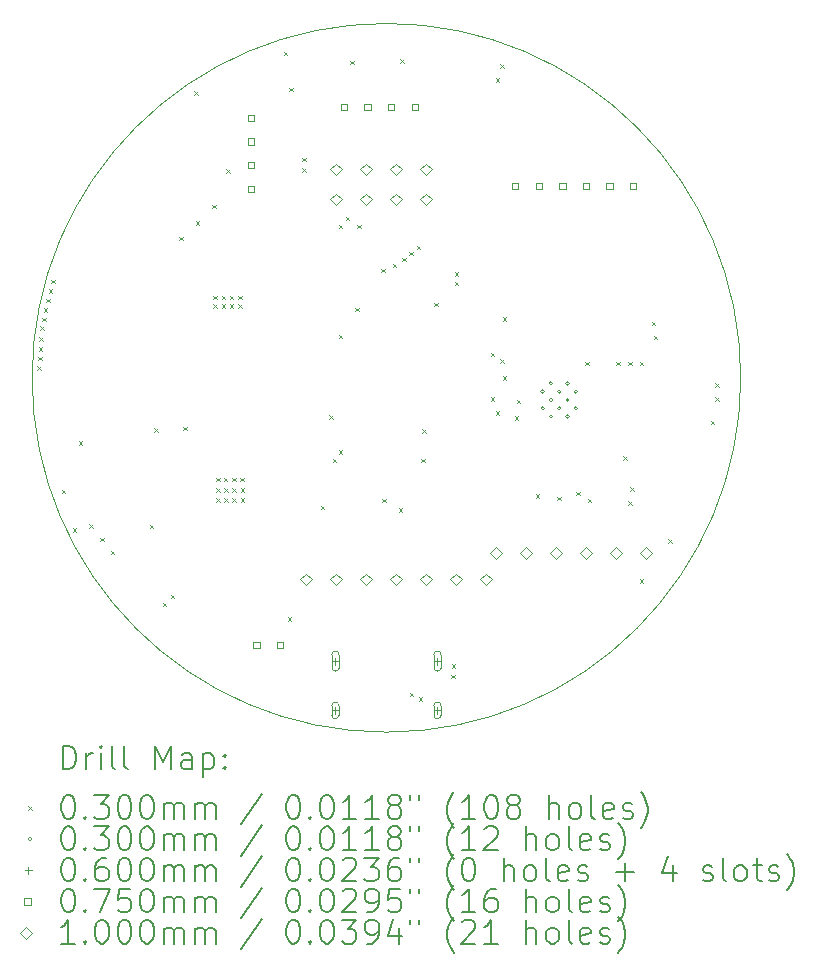
<source format=gbr>
%TF.GenerationSoftware,KiCad,Pcbnew,9.0.5*%
%TF.CreationDate,2026-01-03T13:47:31+01:00*%
%TF.ProjectId,CanSat,43616e53-6174-42e6-9b69-6361645f7063,rev?*%
%TF.SameCoordinates,Original*%
%TF.FileFunction,Drillmap*%
%TF.FilePolarity,Positive*%
%FSLAX45Y45*%
G04 Gerber Fmt 4.5, Leading zero omitted, Abs format (unit mm)*
G04 Created by KiCad (PCBNEW 9.0.5) date 2026-01-03 13:47:31*
%MOMM*%
%LPD*%
G01*
G04 APERTURE LIST*
%ADD10C,0.050000*%
%ADD11C,0.200000*%
%ADD12C,0.100000*%
G04 APERTURE END LIST*
D10*
X13000000Y-10000000D02*
G75*
G02*
X7000000Y-10000000I-3000000J0D01*
G01*
X7000000Y-10000000D02*
G75*
G02*
X13000000Y-10000000I3000000J0D01*
G01*
D11*
D12*
X7045000Y-9900000D02*
X7075000Y-9930000D01*
X7075000Y-9900000D02*
X7045000Y-9930000D01*
X7050000Y-9820000D02*
X7080000Y-9850000D01*
X7080000Y-9820000D02*
X7050000Y-9850000D01*
X7055000Y-9740000D02*
X7085000Y-9770000D01*
X7085000Y-9740000D02*
X7055000Y-9770000D01*
X7060000Y-9655000D02*
X7090000Y-9685000D01*
X7090000Y-9655000D02*
X7060000Y-9685000D01*
X7070000Y-9565000D02*
X7100000Y-9595000D01*
X7100000Y-9565000D02*
X7070000Y-9595000D01*
X7085000Y-9490000D02*
X7115000Y-9520000D01*
X7115000Y-9490000D02*
X7085000Y-9520000D01*
X7100000Y-9410000D02*
X7130000Y-9440000D01*
X7130000Y-9410000D02*
X7100000Y-9440000D01*
X7120000Y-9330000D02*
X7150000Y-9360000D01*
X7150000Y-9330000D02*
X7120000Y-9360000D01*
X7140000Y-9250000D02*
X7170000Y-9280000D01*
X7170000Y-9250000D02*
X7140000Y-9280000D01*
X7160000Y-9170000D02*
X7190000Y-9200000D01*
X7190000Y-9170000D02*
X7160000Y-9200000D01*
X7251463Y-10946610D02*
X7281463Y-10976610D01*
X7281463Y-10946610D02*
X7251463Y-10976610D01*
X7344506Y-11274506D02*
X7374506Y-11304506D01*
X7374506Y-11274506D02*
X7344506Y-11304506D01*
X7395000Y-10538436D02*
X7425000Y-10568436D01*
X7425000Y-10538436D02*
X7395000Y-10568436D01*
X7485000Y-11240000D02*
X7515000Y-11270000D01*
X7515000Y-11240000D02*
X7485000Y-11270000D01*
X7575000Y-11355000D02*
X7605000Y-11385000D01*
X7605000Y-11355000D02*
X7575000Y-11385000D01*
X7665000Y-11465000D02*
X7695000Y-11495000D01*
X7695000Y-11465000D02*
X7665000Y-11495000D01*
X7995000Y-11245000D02*
X8025000Y-11275000D01*
X8025000Y-11245000D02*
X7995000Y-11275000D01*
X8035000Y-10425000D02*
X8065000Y-10455000D01*
X8065000Y-10425000D02*
X8035000Y-10455000D01*
X8105000Y-11905000D02*
X8135000Y-11935000D01*
X8135000Y-11905000D02*
X8105000Y-11935000D01*
X8175000Y-11835000D02*
X8205000Y-11865000D01*
X8205000Y-11835000D02*
X8175000Y-11865000D01*
X8245000Y-8805000D02*
X8275000Y-8835000D01*
X8275000Y-8805000D02*
X8245000Y-8835000D01*
X8281703Y-10412334D02*
X8311703Y-10442334D01*
X8311703Y-10412334D02*
X8281703Y-10442334D01*
X8375000Y-7575000D02*
X8405000Y-7605000D01*
X8405000Y-7575000D02*
X8375000Y-7605000D01*
X8385000Y-8675000D02*
X8415000Y-8705000D01*
X8415000Y-8675000D02*
X8385000Y-8705000D01*
X8525000Y-8535000D02*
X8555000Y-8565000D01*
X8555000Y-8535000D02*
X8525000Y-8565000D01*
X8535000Y-9305000D02*
X8565000Y-9335000D01*
X8565000Y-9305000D02*
X8535000Y-9335000D01*
X8535000Y-9375000D02*
X8565000Y-9405000D01*
X8565000Y-9375000D02*
X8535000Y-9405000D01*
X8558684Y-10847300D02*
X8588684Y-10877300D01*
X8588684Y-10847300D02*
X8558684Y-10877300D01*
X8560000Y-10935000D02*
X8590000Y-10965000D01*
X8590000Y-10935000D02*
X8560000Y-10965000D01*
X8560000Y-10935000D02*
X8590000Y-10965000D01*
X8590000Y-10935000D02*
X8560000Y-10965000D01*
X8560000Y-10935000D02*
X8590000Y-10965000D01*
X8590000Y-10935000D02*
X8560000Y-10965000D01*
X8560946Y-11020355D02*
X8590946Y-11050355D01*
X8590946Y-11020355D02*
X8560946Y-11050355D01*
X8605000Y-9305000D02*
X8635000Y-9335000D01*
X8635000Y-9305000D02*
X8605000Y-9335000D01*
X8605000Y-9375000D02*
X8635000Y-9405000D01*
X8635000Y-9375000D02*
X8605000Y-9405000D01*
X8623684Y-10847300D02*
X8653684Y-10877300D01*
X8653684Y-10847300D02*
X8623684Y-10877300D01*
X8625000Y-10935000D02*
X8655000Y-10965000D01*
X8655000Y-10935000D02*
X8625000Y-10965000D01*
X8625946Y-11020355D02*
X8655946Y-11050355D01*
X8655946Y-11020355D02*
X8625946Y-11050355D01*
X8645000Y-8235000D02*
X8675000Y-8265000D01*
X8675000Y-8235000D02*
X8645000Y-8265000D01*
X8675000Y-9305000D02*
X8705000Y-9335000D01*
X8705000Y-9305000D02*
X8675000Y-9335000D01*
X8675000Y-9375000D02*
X8705000Y-9405000D01*
X8705000Y-9375000D02*
X8675000Y-9405000D01*
X8693684Y-10847300D02*
X8723684Y-10877300D01*
X8723684Y-10847300D02*
X8693684Y-10877300D01*
X8695000Y-10935000D02*
X8725000Y-10965000D01*
X8725000Y-10935000D02*
X8695000Y-10965000D01*
X8695946Y-11020355D02*
X8725946Y-11050355D01*
X8725946Y-11020355D02*
X8695946Y-11050355D01*
X8745000Y-9305000D02*
X8775000Y-9335000D01*
X8775000Y-9305000D02*
X8745000Y-9335000D01*
X8745000Y-9375000D02*
X8775000Y-9405000D01*
X8775000Y-9375000D02*
X8745000Y-9405000D01*
X8763684Y-10847300D02*
X8793684Y-10877300D01*
X8793684Y-10847300D02*
X8763684Y-10877300D01*
X8765000Y-10935000D02*
X8795000Y-10965000D01*
X8795000Y-10935000D02*
X8765000Y-10965000D01*
X8765946Y-11020355D02*
X8795946Y-11050355D01*
X8795946Y-11020355D02*
X8765946Y-11050355D01*
X9132224Y-7238469D02*
X9162224Y-7268469D01*
X9162224Y-7238469D02*
X9132224Y-7268469D01*
X9165000Y-12025000D02*
X9195000Y-12055000D01*
X9195000Y-12025000D02*
X9165000Y-12055000D01*
X9175000Y-7545000D02*
X9205000Y-7575000D01*
X9205000Y-7545000D02*
X9175000Y-7575000D01*
X9285000Y-8135000D02*
X9315000Y-8165000D01*
X9315000Y-8135000D02*
X9285000Y-8165000D01*
X9285000Y-8225000D02*
X9315000Y-8255000D01*
X9315000Y-8225000D02*
X9285000Y-8255000D01*
X9445000Y-11085000D02*
X9475000Y-11115000D01*
X9475000Y-11085000D02*
X9445000Y-11115000D01*
X9515000Y-10315000D02*
X9545000Y-10345000D01*
X9545000Y-10315000D02*
X9515000Y-10345000D01*
X9545000Y-10685000D02*
X9575000Y-10715000D01*
X9575000Y-10685000D02*
X9545000Y-10715000D01*
X9595000Y-9635000D02*
X9625000Y-9665000D01*
X9625000Y-9635000D02*
X9595000Y-9665000D01*
X9595000Y-10612695D02*
X9625000Y-10642695D01*
X9625000Y-10612695D02*
X9595000Y-10642695D01*
X9595250Y-8703845D02*
X9625250Y-8733845D01*
X9625250Y-8703845D02*
X9595250Y-8733845D01*
X9655000Y-8635000D02*
X9685000Y-8665000D01*
X9685000Y-8635000D02*
X9655000Y-8665000D01*
X9695000Y-7315000D02*
X9725000Y-7345000D01*
X9725000Y-7315000D02*
X9695000Y-7345000D01*
X9735000Y-9405000D02*
X9765000Y-9435000D01*
X9765000Y-9405000D02*
X9735000Y-9435000D01*
X9755000Y-8705000D02*
X9785000Y-8735000D01*
X9785000Y-8705000D02*
X9755000Y-8735000D01*
X9955864Y-9075864D02*
X9985864Y-9105864D01*
X9985864Y-9075864D02*
X9955864Y-9105864D01*
X9965000Y-11025000D02*
X9995000Y-11055000D01*
X9995000Y-11025000D02*
X9965000Y-11055000D01*
X10054119Y-9034319D02*
X10084119Y-9064319D01*
X10084119Y-9034319D02*
X10054119Y-9064319D01*
X10105000Y-11105000D02*
X10135000Y-11135000D01*
X10135000Y-11105000D02*
X10105000Y-11135000D01*
X10115000Y-7305000D02*
X10145000Y-7335000D01*
X10145000Y-7305000D02*
X10115000Y-7335000D01*
X10135000Y-8984859D02*
X10165000Y-9014859D01*
X10165000Y-8984859D02*
X10135000Y-9014859D01*
X10195000Y-8931943D02*
X10225000Y-8961943D01*
X10225000Y-8931943D02*
X10195000Y-8961943D01*
X10195800Y-12666200D02*
X10225800Y-12696200D01*
X10225800Y-12666200D02*
X10195800Y-12696200D01*
X10258007Y-8882647D02*
X10288007Y-8912647D01*
X10288007Y-8882647D02*
X10258007Y-8912647D01*
X10272000Y-12706300D02*
X10302000Y-12736300D01*
X10302000Y-12706300D02*
X10272000Y-12736300D01*
X10295000Y-10685000D02*
X10325000Y-10715000D01*
X10325000Y-10685000D02*
X10295000Y-10715000D01*
X10305000Y-10435000D02*
X10335000Y-10465000D01*
X10335000Y-10435000D02*
X10305000Y-10465000D01*
X10405000Y-9365000D02*
X10435000Y-9395000D01*
X10435000Y-9365000D02*
X10405000Y-9395000D01*
X10548860Y-12514820D02*
X10578860Y-12544820D01*
X10578860Y-12514820D02*
X10548860Y-12544820D01*
X10551400Y-12423380D02*
X10581400Y-12453380D01*
X10581400Y-12423380D02*
X10551400Y-12453380D01*
X10577500Y-9105000D02*
X10607500Y-9135000D01*
X10607500Y-9105000D02*
X10577500Y-9135000D01*
X10577500Y-9185000D02*
X10607500Y-9215000D01*
X10607500Y-9185000D02*
X10577500Y-9215000D01*
X10882574Y-9787427D02*
X10912574Y-9817427D01*
X10912574Y-9787427D02*
X10882574Y-9817427D01*
X10885000Y-10165000D02*
X10915000Y-10195000D01*
X10915000Y-10165000D02*
X10885000Y-10195000D01*
X10925000Y-7465000D02*
X10955000Y-7495000D01*
X10955000Y-7465000D02*
X10925000Y-7495000D01*
X10925000Y-10285000D02*
X10955000Y-10315000D01*
X10955000Y-10285000D02*
X10925000Y-10315000D01*
X10965000Y-7345000D02*
X10995000Y-7375000D01*
X10995000Y-7345000D02*
X10965000Y-7375000D01*
X10965000Y-9845000D02*
X10995000Y-9875000D01*
X10995000Y-9845000D02*
X10965000Y-9875000D01*
X10985000Y-9485000D02*
X11015000Y-9515000D01*
X11015000Y-9485000D02*
X10985000Y-9515000D01*
X10985000Y-9985000D02*
X11015000Y-10015000D01*
X11015000Y-9985000D02*
X10985000Y-10015000D01*
X11085000Y-10325000D02*
X11115000Y-10355000D01*
X11115000Y-10325000D02*
X11085000Y-10355000D01*
X11105000Y-10185000D02*
X11135000Y-10215000D01*
X11135000Y-10185000D02*
X11105000Y-10215000D01*
X11265000Y-10985000D02*
X11295000Y-11015000D01*
X11295000Y-10985000D02*
X11265000Y-11015000D01*
X11445000Y-11005000D02*
X11475000Y-11035000D01*
X11475000Y-11005000D02*
X11445000Y-11035000D01*
X11605000Y-10965000D02*
X11635000Y-10995000D01*
X11635000Y-10965000D02*
X11605000Y-10995000D01*
X11685000Y-9865000D02*
X11715000Y-9895000D01*
X11715000Y-9865000D02*
X11685000Y-9895000D01*
X11705000Y-11025000D02*
X11735000Y-11055000D01*
X11735000Y-11025000D02*
X11705000Y-11055000D01*
X11945000Y-9865000D02*
X11975000Y-9895000D01*
X11975000Y-9865000D02*
X11945000Y-9895000D01*
X12005000Y-10665000D02*
X12035000Y-10695000D01*
X12035000Y-10665000D02*
X12005000Y-10695000D01*
X12045000Y-9865000D02*
X12075000Y-9895000D01*
X12075000Y-9865000D02*
X12045000Y-9895000D01*
X12045000Y-11045000D02*
X12075000Y-11075000D01*
X12075000Y-11045000D02*
X12045000Y-11075000D01*
X12065000Y-10925000D02*
X12095000Y-10955000D01*
X12095000Y-10925000D02*
X12065000Y-10955000D01*
X12145000Y-9865000D02*
X12175000Y-9895000D01*
X12175000Y-9865000D02*
X12145000Y-9895000D01*
X12145000Y-11705000D02*
X12175000Y-11735000D01*
X12175000Y-11705000D02*
X12145000Y-11735000D01*
X12245000Y-9525000D02*
X12275000Y-9555000D01*
X12275000Y-9525000D02*
X12245000Y-9555000D01*
X12265000Y-9645000D02*
X12295000Y-9675000D01*
X12295000Y-9645000D02*
X12265000Y-9675000D01*
X12385000Y-11365000D02*
X12415000Y-11395000D01*
X12415000Y-11365000D02*
X12385000Y-11395000D01*
X12745000Y-10365000D02*
X12775000Y-10395000D01*
X12775000Y-10365000D02*
X12745000Y-10395000D01*
X12785000Y-10045000D02*
X12815000Y-10075000D01*
X12815000Y-10045000D02*
X12785000Y-10075000D01*
X12785000Y-10165000D02*
X12815000Y-10195000D01*
X12815000Y-10165000D02*
X12785000Y-10195000D01*
X11336600Y-10117640D02*
G75*
G02*
X11306600Y-10117640I-15000J0D01*
G01*
X11306600Y-10117640D02*
G75*
G02*
X11336600Y-10117640I15000J0D01*
G01*
X11336600Y-10257640D02*
G75*
G02*
X11306600Y-10257640I-15000J0D01*
G01*
X11306600Y-10257640D02*
G75*
G02*
X11336600Y-10257640I15000J0D01*
G01*
X11406600Y-10047640D02*
G75*
G02*
X11376600Y-10047640I-15000J0D01*
G01*
X11376600Y-10047640D02*
G75*
G02*
X11406600Y-10047640I15000J0D01*
G01*
X11406600Y-10187640D02*
G75*
G02*
X11376600Y-10187640I-15000J0D01*
G01*
X11376600Y-10187640D02*
G75*
G02*
X11406600Y-10187640I15000J0D01*
G01*
X11406600Y-10327640D02*
G75*
G02*
X11376600Y-10327640I-15000J0D01*
G01*
X11376600Y-10327640D02*
G75*
G02*
X11406600Y-10327640I15000J0D01*
G01*
X11476600Y-10117640D02*
G75*
G02*
X11446600Y-10117640I-15000J0D01*
G01*
X11446600Y-10117640D02*
G75*
G02*
X11476600Y-10117640I15000J0D01*
G01*
X11476600Y-10257640D02*
G75*
G02*
X11446600Y-10257640I-15000J0D01*
G01*
X11446600Y-10257640D02*
G75*
G02*
X11476600Y-10257640I15000J0D01*
G01*
X11546600Y-10047640D02*
G75*
G02*
X11516600Y-10047640I-15000J0D01*
G01*
X11516600Y-10047640D02*
G75*
G02*
X11546600Y-10047640I15000J0D01*
G01*
X11546600Y-10187640D02*
G75*
G02*
X11516600Y-10187640I-15000J0D01*
G01*
X11516600Y-10187640D02*
G75*
G02*
X11546600Y-10187640I15000J0D01*
G01*
X11546600Y-10327640D02*
G75*
G02*
X11516600Y-10327640I-15000J0D01*
G01*
X11516600Y-10327640D02*
G75*
G02*
X11546600Y-10327640I15000J0D01*
G01*
X11616600Y-10117640D02*
G75*
G02*
X11586600Y-10117640I-15000J0D01*
G01*
X11586600Y-10117640D02*
G75*
G02*
X11616600Y-10117640I15000J0D01*
G01*
X11616600Y-10257640D02*
G75*
G02*
X11586600Y-10257640I-15000J0D01*
G01*
X11586600Y-10257640D02*
G75*
G02*
X11616600Y-10257640I15000J0D01*
G01*
X9568000Y-12369500D02*
X9568000Y-12429500D01*
X9538000Y-12399500D02*
X9598000Y-12399500D01*
X9598000Y-12454500D02*
X9598000Y-12344500D01*
X9538000Y-12344500D02*
G75*
G02*
X9598000Y-12344500I30000J0D01*
G01*
X9538000Y-12344500D02*
X9538000Y-12454500D01*
X9538000Y-12454500D02*
G75*
G03*
X9598000Y-12454500I30000J0D01*
G01*
X9568000Y-12786500D02*
X9568000Y-12846500D01*
X9538000Y-12816500D02*
X9598000Y-12816500D01*
X9598000Y-12856500D02*
X9598000Y-12776500D01*
X9538000Y-12776500D02*
G75*
G02*
X9598000Y-12776500I30000J0D01*
G01*
X9538000Y-12776500D02*
X9538000Y-12856500D01*
X9538000Y-12856500D02*
G75*
G03*
X9598000Y-12856500I30000J0D01*
G01*
X10432000Y-12369500D02*
X10432000Y-12429500D01*
X10402000Y-12399500D02*
X10462000Y-12399500D01*
X10462000Y-12454500D02*
X10462000Y-12344500D01*
X10402000Y-12344500D02*
G75*
G02*
X10462000Y-12344500I30000J0D01*
G01*
X10402000Y-12344500D02*
X10402000Y-12454500D01*
X10402000Y-12454500D02*
G75*
G03*
X10462000Y-12454500I30000J0D01*
G01*
X10432000Y-12786500D02*
X10432000Y-12846500D01*
X10402000Y-12816500D02*
X10462000Y-12816500D01*
X10462000Y-12856500D02*
X10462000Y-12776500D01*
X10402000Y-12776500D02*
G75*
G02*
X10462000Y-12776500I30000J0D01*
G01*
X10402000Y-12776500D02*
X10402000Y-12856500D01*
X10402000Y-12856500D02*
G75*
G03*
X10462000Y-12856500I30000J0D01*
G01*
X8881517Y-7826517D02*
X8881517Y-7773483D01*
X8828483Y-7773483D01*
X8828483Y-7826517D01*
X8881517Y-7826517D01*
X8881517Y-8026517D02*
X8881517Y-7973483D01*
X8828483Y-7973483D01*
X8828483Y-8026517D01*
X8881517Y-8026517D01*
X8881517Y-8226517D02*
X8881517Y-8173483D01*
X8828483Y-8173483D01*
X8828483Y-8226517D01*
X8881517Y-8226517D01*
X8881517Y-8426517D02*
X8881517Y-8373483D01*
X8828483Y-8373483D01*
X8828483Y-8426517D01*
X8881517Y-8426517D01*
X8926517Y-12286517D02*
X8926517Y-12233483D01*
X8873483Y-12233483D01*
X8873483Y-12286517D01*
X8926517Y-12286517D01*
X9126517Y-12286517D02*
X9126517Y-12233483D01*
X9073483Y-12233483D01*
X9073483Y-12286517D01*
X9126517Y-12286517D01*
X9666517Y-7736517D02*
X9666517Y-7683483D01*
X9613483Y-7683483D01*
X9613483Y-7736517D01*
X9666517Y-7736517D01*
X9866517Y-7736517D02*
X9866517Y-7683483D01*
X9813483Y-7683483D01*
X9813483Y-7736517D01*
X9866517Y-7736517D01*
X10066517Y-7736517D02*
X10066517Y-7683483D01*
X10013483Y-7683483D01*
X10013483Y-7736517D01*
X10066517Y-7736517D01*
X10266517Y-7736517D02*
X10266517Y-7683483D01*
X10213483Y-7683483D01*
X10213483Y-7736517D01*
X10266517Y-7736517D01*
X11116201Y-8399700D02*
X11116201Y-8346666D01*
X11063167Y-8346666D01*
X11063167Y-8399700D01*
X11116201Y-8399700D01*
X11316201Y-8399700D02*
X11316201Y-8346666D01*
X11263167Y-8346666D01*
X11263167Y-8399700D01*
X11316201Y-8399700D01*
X11516201Y-8399700D02*
X11516201Y-8346666D01*
X11463167Y-8346666D01*
X11463167Y-8399700D01*
X11516201Y-8399700D01*
X11716201Y-8399700D02*
X11716201Y-8346666D01*
X11663167Y-8346666D01*
X11663167Y-8399700D01*
X11716201Y-8399700D01*
X11916201Y-8399700D02*
X11916201Y-8346666D01*
X11863167Y-8346666D01*
X11863167Y-8399700D01*
X11916201Y-8399700D01*
X12116201Y-8399700D02*
X12116201Y-8346666D01*
X12063167Y-8346666D01*
X12063167Y-8399700D01*
X12116201Y-8399700D01*
X9322500Y-11757500D02*
X9372500Y-11707500D01*
X9322500Y-11657500D01*
X9272500Y-11707500D01*
X9322500Y-11757500D01*
X9573500Y-8286000D02*
X9623500Y-8236000D01*
X9573500Y-8186000D01*
X9523500Y-8236000D01*
X9573500Y-8286000D01*
X9573500Y-8540000D02*
X9623500Y-8490000D01*
X9573500Y-8440000D01*
X9523500Y-8490000D01*
X9573500Y-8540000D01*
X9576500Y-11757500D02*
X9626500Y-11707500D01*
X9576500Y-11657500D01*
X9526500Y-11707500D01*
X9576500Y-11757500D01*
X9827500Y-8286000D02*
X9877500Y-8236000D01*
X9827500Y-8186000D01*
X9777500Y-8236000D01*
X9827500Y-8286000D01*
X9827500Y-8540000D02*
X9877500Y-8490000D01*
X9827500Y-8440000D01*
X9777500Y-8490000D01*
X9827500Y-8540000D01*
X9830500Y-11757500D02*
X9880500Y-11707500D01*
X9830500Y-11657500D01*
X9780500Y-11707500D01*
X9830500Y-11757500D01*
X10081500Y-8286000D02*
X10131500Y-8236000D01*
X10081500Y-8186000D01*
X10031500Y-8236000D01*
X10081500Y-8286000D01*
X10081500Y-8540000D02*
X10131500Y-8490000D01*
X10081500Y-8440000D01*
X10031500Y-8490000D01*
X10081500Y-8540000D01*
X10084500Y-11757500D02*
X10134500Y-11707500D01*
X10084500Y-11657500D01*
X10034500Y-11707500D01*
X10084500Y-11757500D01*
X10335500Y-8286000D02*
X10385500Y-8236000D01*
X10335500Y-8186000D01*
X10285500Y-8236000D01*
X10335500Y-8286000D01*
X10335500Y-8540000D02*
X10385500Y-8490000D01*
X10335500Y-8440000D01*
X10285500Y-8490000D01*
X10335500Y-8540000D01*
X10338500Y-11757500D02*
X10388500Y-11707500D01*
X10338500Y-11657500D01*
X10288500Y-11707500D01*
X10338500Y-11757500D01*
X10592500Y-11757500D02*
X10642500Y-11707500D01*
X10592500Y-11657500D01*
X10542500Y-11707500D01*
X10592500Y-11757500D01*
X10846500Y-11757500D02*
X10896500Y-11707500D01*
X10846500Y-11657500D01*
X10796500Y-11707500D01*
X10846500Y-11757500D01*
X10925000Y-11530000D02*
X10975000Y-11480000D01*
X10925000Y-11430000D01*
X10875000Y-11480000D01*
X10925000Y-11530000D01*
X11179000Y-11530000D02*
X11229000Y-11480000D01*
X11179000Y-11430000D01*
X11129000Y-11480000D01*
X11179000Y-11530000D01*
X11433000Y-11530000D02*
X11483000Y-11480000D01*
X11433000Y-11430000D01*
X11383000Y-11480000D01*
X11433000Y-11530000D01*
X11687000Y-11530000D02*
X11737000Y-11480000D01*
X11687000Y-11430000D01*
X11637000Y-11480000D01*
X11687000Y-11530000D01*
X11941000Y-11530000D02*
X11991000Y-11480000D01*
X11941000Y-11430000D01*
X11891000Y-11480000D01*
X11941000Y-11530000D01*
X12195000Y-11530000D02*
X12245000Y-11480000D01*
X12195000Y-11430000D01*
X12145000Y-11480000D01*
X12195000Y-11530000D01*
D11*
X7258277Y-13313984D02*
X7258277Y-13113984D01*
X7258277Y-13113984D02*
X7305896Y-13113984D01*
X7305896Y-13113984D02*
X7334467Y-13123508D01*
X7334467Y-13123508D02*
X7353515Y-13142555D01*
X7353515Y-13142555D02*
X7363039Y-13161603D01*
X7363039Y-13161603D02*
X7372562Y-13199698D01*
X7372562Y-13199698D02*
X7372562Y-13228269D01*
X7372562Y-13228269D02*
X7363039Y-13266365D01*
X7363039Y-13266365D02*
X7353515Y-13285412D01*
X7353515Y-13285412D02*
X7334467Y-13304460D01*
X7334467Y-13304460D02*
X7305896Y-13313984D01*
X7305896Y-13313984D02*
X7258277Y-13313984D01*
X7458277Y-13313984D02*
X7458277Y-13180650D01*
X7458277Y-13218746D02*
X7467801Y-13199698D01*
X7467801Y-13199698D02*
X7477324Y-13190174D01*
X7477324Y-13190174D02*
X7496372Y-13180650D01*
X7496372Y-13180650D02*
X7515420Y-13180650D01*
X7582086Y-13313984D02*
X7582086Y-13180650D01*
X7582086Y-13113984D02*
X7572562Y-13123508D01*
X7572562Y-13123508D02*
X7582086Y-13133031D01*
X7582086Y-13133031D02*
X7591610Y-13123508D01*
X7591610Y-13123508D02*
X7582086Y-13113984D01*
X7582086Y-13113984D02*
X7582086Y-13133031D01*
X7705896Y-13313984D02*
X7686848Y-13304460D01*
X7686848Y-13304460D02*
X7677324Y-13285412D01*
X7677324Y-13285412D02*
X7677324Y-13113984D01*
X7810658Y-13313984D02*
X7791610Y-13304460D01*
X7791610Y-13304460D02*
X7782086Y-13285412D01*
X7782086Y-13285412D02*
X7782086Y-13113984D01*
X8039229Y-13313984D02*
X8039229Y-13113984D01*
X8039229Y-13113984D02*
X8105896Y-13256841D01*
X8105896Y-13256841D02*
X8172562Y-13113984D01*
X8172562Y-13113984D02*
X8172562Y-13313984D01*
X8353515Y-13313984D02*
X8353515Y-13209222D01*
X8353515Y-13209222D02*
X8343991Y-13190174D01*
X8343991Y-13190174D02*
X8324943Y-13180650D01*
X8324943Y-13180650D02*
X8286848Y-13180650D01*
X8286848Y-13180650D02*
X8267801Y-13190174D01*
X8353515Y-13304460D02*
X8334467Y-13313984D01*
X8334467Y-13313984D02*
X8286848Y-13313984D01*
X8286848Y-13313984D02*
X8267801Y-13304460D01*
X8267801Y-13304460D02*
X8258277Y-13285412D01*
X8258277Y-13285412D02*
X8258277Y-13266365D01*
X8258277Y-13266365D02*
X8267801Y-13247317D01*
X8267801Y-13247317D02*
X8286848Y-13237793D01*
X8286848Y-13237793D02*
X8334467Y-13237793D01*
X8334467Y-13237793D02*
X8353515Y-13228269D01*
X8448753Y-13180650D02*
X8448753Y-13380650D01*
X8448753Y-13190174D02*
X8467801Y-13180650D01*
X8467801Y-13180650D02*
X8505896Y-13180650D01*
X8505896Y-13180650D02*
X8524944Y-13190174D01*
X8524944Y-13190174D02*
X8534467Y-13199698D01*
X8534467Y-13199698D02*
X8543991Y-13218746D01*
X8543991Y-13218746D02*
X8543991Y-13275888D01*
X8543991Y-13275888D02*
X8534467Y-13294936D01*
X8534467Y-13294936D02*
X8524944Y-13304460D01*
X8524944Y-13304460D02*
X8505896Y-13313984D01*
X8505896Y-13313984D02*
X8467801Y-13313984D01*
X8467801Y-13313984D02*
X8448753Y-13304460D01*
X8629705Y-13294936D02*
X8639229Y-13304460D01*
X8639229Y-13304460D02*
X8629705Y-13313984D01*
X8629705Y-13313984D02*
X8620182Y-13304460D01*
X8620182Y-13304460D02*
X8629705Y-13294936D01*
X8629705Y-13294936D02*
X8629705Y-13313984D01*
X8629705Y-13190174D02*
X8639229Y-13199698D01*
X8639229Y-13199698D02*
X8629705Y-13209222D01*
X8629705Y-13209222D02*
X8620182Y-13199698D01*
X8620182Y-13199698D02*
X8629705Y-13190174D01*
X8629705Y-13190174D02*
X8629705Y-13209222D01*
D12*
X6967500Y-13627500D02*
X6997500Y-13657500D01*
X6997500Y-13627500D02*
X6967500Y-13657500D01*
D11*
X7296372Y-13533984D02*
X7315420Y-13533984D01*
X7315420Y-13533984D02*
X7334467Y-13543508D01*
X7334467Y-13543508D02*
X7343991Y-13553031D01*
X7343991Y-13553031D02*
X7353515Y-13572079D01*
X7353515Y-13572079D02*
X7363039Y-13610174D01*
X7363039Y-13610174D02*
X7363039Y-13657793D01*
X7363039Y-13657793D02*
X7353515Y-13695888D01*
X7353515Y-13695888D02*
X7343991Y-13714936D01*
X7343991Y-13714936D02*
X7334467Y-13724460D01*
X7334467Y-13724460D02*
X7315420Y-13733984D01*
X7315420Y-13733984D02*
X7296372Y-13733984D01*
X7296372Y-13733984D02*
X7277324Y-13724460D01*
X7277324Y-13724460D02*
X7267801Y-13714936D01*
X7267801Y-13714936D02*
X7258277Y-13695888D01*
X7258277Y-13695888D02*
X7248753Y-13657793D01*
X7248753Y-13657793D02*
X7248753Y-13610174D01*
X7248753Y-13610174D02*
X7258277Y-13572079D01*
X7258277Y-13572079D02*
X7267801Y-13553031D01*
X7267801Y-13553031D02*
X7277324Y-13543508D01*
X7277324Y-13543508D02*
X7296372Y-13533984D01*
X7448753Y-13714936D02*
X7458277Y-13724460D01*
X7458277Y-13724460D02*
X7448753Y-13733984D01*
X7448753Y-13733984D02*
X7439229Y-13724460D01*
X7439229Y-13724460D02*
X7448753Y-13714936D01*
X7448753Y-13714936D02*
X7448753Y-13733984D01*
X7524943Y-13533984D02*
X7648753Y-13533984D01*
X7648753Y-13533984D02*
X7582086Y-13610174D01*
X7582086Y-13610174D02*
X7610658Y-13610174D01*
X7610658Y-13610174D02*
X7629705Y-13619698D01*
X7629705Y-13619698D02*
X7639229Y-13629222D01*
X7639229Y-13629222D02*
X7648753Y-13648269D01*
X7648753Y-13648269D02*
X7648753Y-13695888D01*
X7648753Y-13695888D02*
X7639229Y-13714936D01*
X7639229Y-13714936D02*
X7629705Y-13724460D01*
X7629705Y-13724460D02*
X7610658Y-13733984D01*
X7610658Y-13733984D02*
X7553515Y-13733984D01*
X7553515Y-13733984D02*
X7534467Y-13724460D01*
X7534467Y-13724460D02*
X7524943Y-13714936D01*
X7772562Y-13533984D02*
X7791610Y-13533984D01*
X7791610Y-13533984D02*
X7810658Y-13543508D01*
X7810658Y-13543508D02*
X7820182Y-13553031D01*
X7820182Y-13553031D02*
X7829705Y-13572079D01*
X7829705Y-13572079D02*
X7839229Y-13610174D01*
X7839229Y-13610174D02*
X7839229Y-13657793D01*
X7839229Y-13657793D02*
X7829705Y-13695888D01*
X7829705Y-13695888D02*
X7820182Y-13714936D01*
X7820182Y-13714936D02*
X7810658Y-13724460D01*
X7810658Y-13724460D02*
X7791610Y-13733984D01*
X7791610Y-13733984D02*
X7772562Y-13733984D01*
X7772562Y-13733984D02*
X7753515Y-13724460D01*
X7753515Y-13724460D02*
X7743991Y-13714936D01*
X7743991Y-13714936D02*
X7734467Y-13695888D01*
X7734467Y-13695888D02*
X7724943Y-13657793D01*
X7724943Y-13657793D02*
X7724943Y-13610174D01*
X7724943Y-13610174D02*
X7734467Y-13572079D01*
X7734467Y-13572079D02*
X7743991Y-13553031D01*
X7743991Y-13553031D02*
X7753515Y-13543508D01*
X7753515Y-13543508D02*
X7772562Y-13533984D01*
X7963039Y-13533984D02*
X7982086Y-13533984D01*
X7982086Y-13533984D02*
X8001134Y-13543508D01*
X8001134Y-13543508D02*
X8010658Y-13553031D01*
X8010658Y-13553031D02*
X8020182Y-13572079D01*
X8020182Y-13572079D02*
X8029705Y-13610174D01*
X8029705Y-13610174D02*
X8029705Y-13657793D01*
X8029705Y-13657793D02*
X8020182Y-13695888D01*
X8020182Y-13695888D02*
X8010658Y-13714936D01*
X8010658Y-13714936D02*
X8001134Y-13724460D01*
X8001134Y-13724460D02*
X7982086Y-13733984D01*
X7982086Y-13733984D02*
X7963039Y-13733984D01*
X7963039Y-13733984D02*
X7943991Y-13724460D01*
X7943991Y-13724460D02*
X7934467Y-13714936D01*
X7934467Y-13714936D02*
X7924943Y-13695888D01*
X7924943Y-13695888D02*
X7915420Y-13657793D01*
X7915420Y-13657793D02*
X7915420Y-13610174D01*
X7915420Y-13610174D02*
X7924943Y-13572079D01*
X7924943Y-13572079D02*
X7934467Y-13553031D01*
X7934467Y-13553031D02*
X7943991Y-13543508D01*
X7943991Y-13543508D02*
X7963039Y-13533984D01*
X8115420Y-13733984D02*
X8115420Y-13600650D01*
X8115420Y-13619698D02*
X8124943Y-13610174D01*
X8124943Y-13610174D02*
X8143991Y-13600650D01*
X8143991Y-13600650D02*
X8172563Y-13600650D01*
X8172563Y-13600650D02*
X8191610Y-13610174D01*
X8191610Y-13610174D02*
X8201134Y-13629222D01*
X8201134Y-13629222D02*
X8201134Y-13733984D01*
X8201134Y-13629222D02*
X8210658Y-13610174D01*
X8210658Y-13610174D02*
X8229705Y-13600650D01*
X8229705Y-13600650D02*
X8258277Y-13600650D01*
X8258277Y-13600650D02*
X8277324Y-13610174D01*
X8277324Y-13610174D02*
X8286848Y-13629222D01*
X8286848Y-13629222D02*
X8286848Y-13733984D01*
X8382086Y-13733984D02*
X8382086Y-13600650D01*
X8382086Y-13619698D02*
X8391610Y-13610174D01*
X8391610Y-13610174D02*
X8410658Y-13600650D01*
X8410658Y-13600650D02*
X8439229Y-13600650D01*
X8439229Y-13600650D02*
X8458277Y-13610174D01*
X8458277Y-13610174D02*
X8467801Y-13629222D01*
X8467801Y-13629222D02*
X8467801Y-13733984D01*
X8467801Y-13629222D02*
X8477325Y-13610174D01*
X8477325Y-13610174D02*
X8496372Y-13600650D01*
X8496372Y-13600650D02*
X8524944Y-13600650D01*
X8524944Y-13600650D02*
X8543991Y-13610174D01*
X8543991Y-13610174D02*
X8553515Y-13629222D01*
X8553515Y-13629222D02*
X8553515Y-13733984D01*
X8943991Y-13524460D02*
X8772563Y-13781603D01*
X9201134Y-13533984D02*
X9220182Y-13533984D01*
X9220182Y-13533984D02*
X9239229Y-13543508D01*
X9239229Y-13543508D02*
X9248753Y-13553031D01*
X9248753Y-13553031D02*
X9258277Y-13572079D01*
X9258277Y-13572079D02*
X9267801Y-13610174D01*
X9267801Y-13610174D02*
X9267801Y-13657793D01*
X9267801Y-13657793D02*
X9258277Y-13695888D01*
X9258277Y-13695888D02*
X9248753Y-13714936D01*
X9248753Y-13714936D02*
X9239229Y-13724460D01*
X9239229Y-13724460D02*
X9220182Y-13733984D01*
X9220182Y-13733984D02*
X9201134Y-13733984D01*
X9201134Y-13733984D02*
X9182087Y-13724460D01*
X9182087Y-13724460D02*
X9172563Y-13714936D01*
X9172563Y-13714936D02*
X9163039Y-13695888D01*
X9163039Y-13695888D02*
X9153515Y-13657793D01*
X9153515Y-13657793D02*
X9153515Y-13610174D01*
X9153515Y-13610174D02*
X9163039Y-13572079D01*
X9163039Y-13572079D02*
X9172563Y-13553031D01*
X9172563Y-13553031D02*
X9182087Y-13543508D01*
X9182087Y-13543508D02*
X9201134Y-13533984D01*
X9353515Y-13714936D02*
X9363039Y-13724460D01*
X9363039Y-13724460D02*
X9353515Y-13733984D01*
X9353515Y-13733984D02*
X9343991Y-13724460D01*
X9343991Y-13724460D02*
X9353515Y-13714936D01*
X9353515Y-13714936D02*
X9353515Y-13733984D01*
X9486848Y-13533984D02*
X9505896Y-13533984D01*
X9505896Y-13533984D02*
X9524944Y-13543508D01*
X9524944Y-13543508D02*
X9534468Y-13553031D01*
X9534468Y-13553031D02*
X9543991Y-13572079D01*
X9543991Y-13572079D02*
X9553515Y-13610174D01*
X9553515Y-13610174D02*
X9553515Y-13657793D01*
X9553515Y-13657793D02*
X9543991Y-13695888D01*
X9543991Y-13695888D02*
X9534468Y-13714936D01*
X9534468Y-13714936D02*
X9524944Y-13724460D01*
X9524944Y-13724460D02*
X9505896Y-13733984D01*
X9505896Y-13733984D02*
X9486848Y-13733984D01*
X9486848Y-13733984D02*
X9467801Y-13724460D01*
X9467801Y-13724460D02*
X9458277Y-13714936D01*
X9458277Y-13714936D02*
X9448753Y-13695888D01*
X9448753Y-13695888D02*
X9439229Y-13657793D01*
X9439229Y-13657793D02*
X9439229Y-13610174D01*
X9439229Y-13610174D02*
X9448753Y-13572079D01*
X9448753Y-13572079D02*
X9458277Y-13553031D01*
X9458277Y-13553031D02*
X9467801Y-13543508D01*
X9467801Y-13543508D02*
X9486848Y-13533984D01*
X9743991Y-13733984D02*
X9629706Y-13733984D01*
X9686848Y-13733984D02*
X9686848Y-13533984D01*
X9686848Y-13533984D02*
X9667801Y-13562555D01*
X9667801Y-13562555D02*
X9648753Y-13581603D01*
X9648753Y-13581603D02*
X9629706Y-13591127D01*
X9934468Y-13733984D02*
X9820182Y-13733984D01*
X9877325Y-13733984D02*
X9877325Y-13533984D01*
X9877325Y-13533984D02*
X9858277Y-13562555D01*
X9858277Y-13562555D02*
X9839229Y-13581603D01*
X9839229Y-13581603D02*
X9820182Y-13591127D01*
X10048753Y-13619698D02*
X10029706Y-13610174D01*
X10029706Y-13610174D02*
X10020182Y-13600650D01*
X10020182Y-13600650D02*
X10010658Y-13581603D01*
X10010658Y-13581603D02*
X10010658Y-13572079D01*
X10010658Y-13572079D02*
X10020182Y-13553031D01*
X10020182Y-13553031D02*
X10029706Y-13543508D01*
X10029706Y-13543508D02*
X10048753Y-13533984D01*
X10048753Y-13533984D02*
X10086849Y-13533984D01*
X10086849Y-13533984D02*
X10105896Y-13543508D01*
X10105896Y-13543508D02*
X10115420Y-13553031D01*
X10115420Y-13553031D02*
X10124944Y-13572079D01*
X10124944Y-13572079D02*
X10124944Y-13581603D01*
X10124944Y-13581603D02*
X10115420Y-13600650D01*
X10115420Y-13600650D02*
X10105896Y-13610174D01*
X10105896Y-13610174D02*
X10086849Y-13619698D01*
X10086849Y-13619698D02*
X10048753Y-13619698D01*
X10048753Y-13619698D02*
X10029706Y-13629222D01*
X10029706Y-13629222D02*
X10020182Y-13638746D01*
X10020182Y-13638746D02*
X10010658Y-13657793D01*
X10010658Y-13657793D02*
X10010658Y-13695888D01*
X10010658Y-13695888D02*
X10020182Y-13714936D01*
X10020182Y-13714936D02*
X10029706Y-13724460D01*
X10029706Y-13724460D02*
X10048753Y-13733984D01*
X10048753Y-13733984D02*
X10086849Y-13733984D01*
X10086849Y-13733984D02*
X10105896Y-13724460D01*
X10105896Y-13724460D02*
X10115420Y-13714936D01*
X10115420Y-13714936D02*
X10124944Y-13695888D01*
X10124944Y-13695888D02*
X10124944Y-13657793D01*
X10124944Y-13657793D02*
X10115420Y-13638746D01*
X10115420Y-13638746D02*
X10105896Y-13629222D01*
X10105896Y-13629222D02*
X10086849Y-13619698D01*
X10201134Y-13533984D02*
X10201134Y-13572079D01*
X10277325Y-13533984D02*
X10277325Y-13572079D01*
X10572563Y-13810174D02*
X10563039Y-13800650D01*
X10563039Y-13800650D02*
X10543991Y-13772079D01*
X10543991Y-13772079D02*
X10534468Y-13753031D01*
X10534468Y-13753031D02*
X10524944Y-13724460D01*
X10524944Y-13724460D02*
X10515420Y-13676841D01*
X10515420Y-13676841D02*
X10515420Y-13638746D01*
X10515420Y-13638746D02*
X10524944Y-13591127D01*
X10524944Y-13591127D02*
X10534468Y-13562555D01*
X10534468Y-13562555D02*
X10543991Y-13543508D01*
X10543991Y-13543508D02*
X10563039Y-13514936D01*
X10563039Y-13514936D02*
X10572563Y-13505412D01*
X10753515Y-13733984D02*
X10639230Y-13733984D01*
X10696372Y-13733984D02*
X10696372Y-13533984D01*
X10696372Y-13533984D02*
X10677325Y-13562555D01*
X10677325Y-13562555D02*
X10658277Y-13581603D01*
X10658277Y-13581603D02*
X10639230Y-13591127D01*
X10877325Y-13533984D02*
X10896372Y-13533984D01*
X10896372Y-13533984D02*
X10915420Y-13543508D01*
X10915420Y-13543508D02*
X10924944Y-13553031D01*
X10924944Y-13553031D02*
X10934468Y-13572079D01*
X10934468Y-13572079D02*
X10943991Y-13610174D01*
X10943991Y-13610174D02*
X10943991Y-13657793D01*
X10943991Y-13657793D02*
X10934468Y-13695888D01*
X10934468Y-13695888D02*
X10924944Y-13714936D01*
X10924944Y-13714936D02*
X10915420Y-13724460D01*
X10915420Y-13724460D02*
X10896372Y-13733984D01*
X10896372Y-13733984D02*
X10877325Y-13733984D01*
X10877325Y-13733984D02*
X10858277Y-13724460D01*
X10858277Y-13724460D02*
X10848753Y-13714936D01*
X10848753Y-13714936D02*
X10839230Y-13695888D01*
X10839230Y-13695888D02*
X10829706Y-13657793D01*
X10829706Y-13657793D02*
X10829706Y-13610174D01*
X10829706Y-13610174D02*
X10839230Y-13572079D01*
X10839230Y-13572079D02*
X10848753Y-13553031D01*
X10848753Y-13553031D02*
X10858277Y-13543508D01*
X10858277Y-13543508D02*
X10877325Y-13533984D01*
X11058277Y-13619698D02*
X11039230Y-13610174D01*
X11039230Y-13610174D02*
X11029706Y-13600650D01*
X11029706Y-13600650D02*
X11020182Y-13581603D01*
X11020182Y-13581603D02*
X11020182Y-13572079D01*
X11020182Y-13572079D02*
X11029706Y-13553031D01*
X11029706Y-13553031D02*
X11039230Y-13543508D01*
X11039230Y-13543508D02*
X11058277Y-13533984D01*
X11058277Y-13533984D02*
X11096372Y-13533984D01*
X11096372Y-13533984D02*
X11115420Y-13543508D01*
X11115420Y-13543508D02*
X11124944Y-13553031D01*
X11124944Y-13553031D02*
X11134468Y-13572079D01*
X11134468Y-13572079D02*
X11134468Y-13581603D01*
X11134468Y-13581603D02*
X11124944Y-13600650D01*
X11124944Y-13600650D02*
X11115420Y-13610174D01*
X11115420Y-13610174D02*
X11096372Y-13619698D01*
X11096372Y-13619698D02*
X11058277Y-13619698D01*
X11058277Y-13619698D02*
X11039230Y-13629222D01*
X11039230Y-13629222D02*
X11029706Y-13638746D01*
X11029706Y-13638746D02*
X11020182Y-13657793D01*
X11020182Y-13657793D02*
X11020182Y-13695888D01*
X11020182Y-13695888D02*
X11029706Y-13714936D01*
X11029706Y-13714936D02*
X11039230Y-13724460D01*
X11039230Y-13724460D02*
X11058277Y-13733984D01*
X11058277Y-13733984D02*
X11096372Y-13733984D01*
X11096372Y-13733984D02*
X11115420Y-13724460D01*
X11115420Y-13724460D02*
X11124944Y-13714936D01*
X11124944Y-13714936D02*
X11134468Y-13695888D01*
X11134468Y-13695888D02*
X11134468Y-13657793D01*
X11134468Y-13657793D02*
X11124944Y-13638746D01*
X11124944Y-13638746D02*
X11115420Y-13629222D01*
X11115420Y-13629222D02*
X11096372Y-13619698D01*
X11372563Y-13733984D02*
X11372563Y-13533984D01*
X11458277Y-13733984D02*
X11458277Y-13629222D01*
X11458277Y-13629222D02*
X11448753Y-13610174D01*
X11448753Y-13610174D02*
X11429706Y-13600650D01*
X11429706Y-13600650D02*
X11401134Y-13600650D01*
X11401134Y-13600650D02*
X11382087Y-13610174D01*
X11382087Y-13610174D02*
X11372563Y-13619698D01*
X11582087Y-13733984D02*
X11563039Y-13724460D01*
X11563039Y-13724460D02*
X11553515Y-13714936D01*
X11553515Y-13714936D02*
X11543991Y-13695888D01*
X11543991Y-13695888D02*
X11543991Y-13638746D01*
X11543991Y-13638746D02*
X11553515Y-13619698D01*
X11553515Y-13619698D02*
X11563039Y-13610174D01*
X11563039Y-13610174D02*
X11582087Y-13600650D01*
X11582087Y-13600650D02*
X11610658Y-13600650D01*
X11610658Y-13600650D02*
X11629706Y-13610174D01*
X11629706Y-13610174D02*
X11639230Y-13619698D01*
X11639230Y-13619698D02*
X11648753Y-13638746D01*
X11648753Y-13638746D02*
X11648753Y-13695888D01*
X11648753Y-13695888D02*
X11639230Y-13714936D01*
X11639230Y-13714936D02*
X11629706Y-13724460D01*
X11629706Y-13724460D02*
X11610658Y-13733984D01*
X11610658Y-13733984D02*
X11582087Y-13733984D01*
X11763039Y-13733984D02*
X11743991Y-13724460D01*
X11743991Y-13724460D02*
X11734468Y-13705412D01*
X11734468Y-13705412D02*
X11734468Y-13533984D01*
X11915420Y-13724460D02*
X11896372Y-13733984D01*
X11896372Y-13733984D02*
X11858277Y-13733984D01*
X11858277Y-13733984D02*
X11839230Y-13724460D01*
X11839230Y-13724460D02*
X11829706Y-13705412D01*
X11829706Y-13705412D02*
X11829706Y-13629222D01*
X11829706Y-13629222D02*
X11839230Y-13610174D01*
X11839230Y-13610174D02*
X11858277Y-13600650D01*
X11858277Y-13600650D02*
X11896372Y-13600650D01*
X11896372Y-13600650D02*
X11915420Y-13610174D01*
X11915420Y-13610174D02*
X11924944Y-13629222D01*
X11924944Y-13629222D02*
X11924944Y-13648269D01*
X11924944Y-13648269D02*
X11829706Y-13667317D01*
X12001134Y-13724460D02*
X12020182Y-13733984D01*
X12020182Y-13733984D02*
X12058277Y-13733984D01*
X12058277Y-13733984D02*
X12077325Y-13724460D01*
X12077325Y-13724460D02*
X12086849Y-13705412D01*
X12086849Y-13705412D02*
X12086849Y-13695888D01*
X12086849Y-13695888D02*
X12077325Y-13676841D01*
X12077325Y-13676841D02*
X12058277Y-13667317D01*
X12058277Y-13667317D02*
X12029706Y-13667317D01*
X12029706Y-13667317D02*
X12010658Y-13657793D01*
X12010658Y-13657793D02*
X12001134Y-13638746D01*
X12001134Y-13638746D02*
X12001134Y-13629222D01*
X12001134Y-13629222D02*
X12010658Y-13610174D01*
X12010658Y-13610174D02*
X12029706Y-13600650D01*
X12029706Y-13600650D02*
X12058277Y-13600650D01*
X12058277Y-13600650D02*
X12077325Y-13610174D01*
X12153515Y-13810174D02*
X12163039Y-13800650D01*
X12163039Y-13800650D02*
X12182087Y-13772079D01*
X12182087Y-13772079D02*
X12191611Y-13753031D01*
X12191611Y-13753031D02*
X12201134Y-13724460D01*
X12201134Y-13724460D02*
X12210658Y-13676841D01*
X12210658Y-13676841D02*
X12210658Y-13638746D01*
X12210658Y-13638746D02*
X12201134Y-13591127D01*
X12201134Y-13591127D02*
X12191611Y-13562555D01*
X12191611Y-13562555D02*
X12182087Y-13543508D01*
X12182087Y-13543508D02*
X12163039Y-13514936D01*
X12163039Y-13514936D02*
X12153515Y-13505412D01*
D12*
X6997500Y-13906500D02*
G75*
G02*
X6967500Y-13906500I-15000J0D01*
G01*
X6967500Y-13906500D02*
G75*
G02*
X6997500Y-13906500I15000J0D01*
G01*
D11*
X7296372Y-13797984D02*
X7315420Y-13797984D01*
X7315420Y-13797984D02*
X7334467Y-13807508D01*
X7334467Y-13807508D02*
X7343991Y-13817031D01*
X7343991Y-13817031D02*
X7353515Y-13836079D01*
X7353515Y-13836079D02*
X7363039Y-13874174D01*
X7363039Y-13874174D02*
X7363039Y-13921793D01*
X7363039Y-13921793D02*
X7353515Y-13959888D01*
X7353515Y-13959888D02*
X7343991Y-13978936D01*
X7343991Y-13978936D02*
X7334467Y-13988460D01*
X7334467Y-13988460D02*
X7315420Y-13997984D01*
X7315420Y-13997984D02*
X7296372Y-13997984D01*
X7296372Y-13997984D02*
X7277324Y-13988460D01*
X7277324Y-13988460D02*
X7267801Y-13978936D01*
X7267801Y-13978936D02*
X7258277Y-13959888D01*
X7258277Y-13959888D02*
X7248753Y-13921793D01*
X7248753Y-13921793D02*
X7248753Y-13874174D01*
X7248753Y-13874174D02*
X7258277Y-13836079D01*
X7258277Y-13836079D02*
X7267801Y-13817031D01*
X7267801Y-13817031D02*
X7277324Y-13807508D01*
X7277324Y-13807508D02*
X7296372Y-13797984D01*
X7448753Y-13978936D02*
X7458277Y-13988460D01*
X7458277Y-13988460D02*
X7448753Y-13997984D01*
X7448753Y-13997984D02*
X7439229Y-13988460D01*
X7439229Y-13988460D02*
X7448753Y-13978936D01*
X7448753Y-13978936D02*
X7448753Y-13997984D01*
X7524943Y-13797984D02*
X7648753Y-13797984D01*
X7648753Y-13797984D02*
X7582086Y-13874174D01*
X7582086Y-13874174D02*
X7610658Y-13874174D01*
X7610658Y-13874174D02*
X7629705Y-13883698D01*
X7629705Y-13883698D02*
X7639229Y-13893222D01*
X7639229Y-13893222D02*
X7648753Y-13912269D01*
X7648753Y-13912269D02*
X7648753Y-13959888D01*
X7648753Y-13959888D02*
X7639229Y-13978936D01*
X7639229Y-13978936D02*
X7629705Y-13988460D01*
X7629705Y-13988460D02*
X7610658Y-13997984D01*
X7610658Y-13997984D02*
X7553515Y-13997984D01*
X7553515Y-13997984D02*
X7534467Y-13988460D01*
X7534467Y-13988460D02*
X7524943Y-13978936D01*
X7772562Y-13797984D02*
X7791610Y-13797984D01*
X7791610Y-13797984D02*
X7810658Y-13807508D01*
X7810658Y-13807508D02*
X7820182Y-13817031D01*
X7820182Y-13817031D02*
X7829705Y-13836079D01*
X7829705Y-13836079D02*
X7839229Y-13874174D01*
X7839229Y-13874174D02*
X7839229Y-13921793D01*
X7839229Y-13921793D02*
X7829705Y-13959888D01*
X7829705Y-13959888D02*
X7820182Y-13978936D01*
X7820182Y-13978936D02*
X7810658Y-13988460D01*
X7810658Y-13988460D02*
X7791610Y-13997984D01*
X7791610Y-13997984D02*
X7772562Y-13997984D01*
X7772562Y-13997984D02*
X7753515Y-13988460D01*
X7753515Y-13988460D02*
X7743991Y-13978936D01*
X7743991Y-13978936D02*
X7734467Y-13959888D01*
X7734467Y-13959888D02*
X7724943Y-13921793D01*
X7724943Y-13921793D02*
X7724943Y-13874174D01*
X7724943Y-13874174D02*
X7734467Y-13836079D01*
X7734467Y-13836079D02*
X7743991Y-13817031D01*
X7743991Y-13817031D02*
X7753515Y-13807508D01*
X7753515Y-13807508D02*
X7772562Y-13797984D01*
X7963039Y-13797984D02*
X7982086Y-13797984D01*
X7982086Y-13797984D02*
X8001134Y-13807508D01*
X8001134Y-13807508D02*
X8010658Y-13817031D01*
X8010658Y-13817031D02*
X8020182Y-13836079D01*
X8020182Y-13836079D02*
X8029705Y-13874174D01*
X8029705Y-13874174D02*
X8029705Y-13921793D01*
X8029705Y-13921793D02*
X8020182Y-13959888D01*
X8020182Y-13959888D02*
X8010658Y-13978936D01*
X8010658Y-13978936D02*
X8001134Y-13988460D01*
X8001134Y-13988460D02*
X7982086Y-13997984D01*
X7982086Y-13997984D02*
X7963039Y-13997984D01*
X7963039Y-13997984D02*
X7943991Y-13988460D01*
X7943991Y-13988460D02*
X7934467Y-13978936D01*
X7934467Y-13978936D02*
X7924943Y-13959888D01*
X7924943Y-13959888D02*
X7915420Y-13921793D01*
X7915420Y-13921793D02*
X7915420Y-13874174D01*
X7915420Y-13874174D02*
X7924943Y-13836079D01*
X7924943Y-13836079D02*
X7934467Y-13817031D01*
X7934467Y-13817031D02*
X7943991Y-13807508D01*
X7943991Y-13807508D02*
X7963039Y-13797984D01*
X8115420Y-13997984D02*
X8115420Y-13864650D01*
X8115420Y-13883698D02*
X8124943Y-13874174D01*
X8124943Y-13874174D02*
X8143991Y-13864650D01*
X8143991Y-13864650D02*
X8172563Y-13864650D01*
X8172563Y-13864650D02*
X8191610Y-13874174D01*
X8191610Y-13874174D02*
X8201134Y-13893222D01*
X8201134Y-13893222D02*
X8201134Y-13997984D01*
X8201134Y-13893222D02*
X8210658Y-13874174D01*
X8210658Y-13874174D02*
X8229705Y-13864650D01*
X8229705Y-13864650D02*
X8258277Y-13864650D01*
X8258277Y-13864650D02*
X8277324Y-13874174D01*
X8277324Y-13874174D02*
X8286848Y-13893222D01*
X8286848Y-13893222D02*
X8286848Y-13997984D01*
X8382086Y-13997984D02*
X8382086Y-13864650D01*
X8382086Y-13883698D02*
X8391610Y-13874174D01*
X8391610Y-13874174D02*
X8410658Y-13864650D01*
X8410658Y-13864650D02*
X8439229Y-13864650D01*
X8439229Y-13864650D02*
X8458277Y-13874174D01*
X8458277Y-13874174D02*
X8467801Y-13893222D01*
X8467801Y-13893222D02*
X8467801Y-13997984D01*
X8467801Y-13893222D02*
X8477325Y-13874174D01*
X8477325Y-13874174D02*
X8496372Y-13864650D01*
X8496372Y-13864650D02*
X8524944Y-13864650D01*
X8524944Y-13864650D02*
X8543991Y-13874174D01*
X8543991Y-13874174D02*
X8553515Y-13893222D01*
X8553515Y-13893222D02*
X8553515Y-13997984D01*
X8943991Y-13788460D02*
X8772563Y-14045603D01*
X9201134Y-13797984D02*
X9220182Y-13797984D01*
X9220182Y-13797984D02*
X9239229Y-13807508D01*
X9239229Y-13807508D02*
X9248753Y-13817031D01*
X9248753Y-13817031D02*
X9258277Y-13836079D01*
X9258277Y-13836079D02*
X9267801Y-13874174D01*
X9267801Y-13874174D02*
X9267801Y-13921793D01*
X9267801Y-13921793D02*
X9258277Y-13959888D01*
X9258277Y-13959888D02*
X9248753Y-13978936D01*
X9248753Y-13978936D02*
X9239229Y-13988460D01*
X9239229Y-13988460D02*
X9220182Y-13997984D01*
X9220182Y-13997984D02*
X9201134Y-13997984D01*
X9201134Y-13997984D02*
X9182087Y-13988460D01*
X9182087Y-13988460D02*
X9172563Y-13978936D01*
X9172563Y-13978936D02*
X9163039Y-13959888D01*
X9163039Y-13959888D02*
X9153515Y-13921793D01*
X9153515Y-13921793D02*
X9153515Y-13874174D01*
X9153515Y-13874174D02*
X9163039Y-13836079D01*
X9163039Y-13836079D02*
X9172563Y-13817031D01*
X9172563Y-13817031D02*
X9182087Y-13807508D01*
X9182087Y-13807508D02*
X9201134Y-13797984D01*
X9353515Y-13978936D02*
X9363039Y-13988460D01*
X9363039Y-13988460D02*
X9353515Y-13997984D01*
X9353515Y-13997984D02*
X9343991Y-13988460D01*
X9343991Y-13988460D02*
X9353515Y-13978936D01*
X9353515Y-13978936D02*
X9353515Y-13997984D01*
X9486848Y-13797984D02*
X9505896Y-13797984D01*
X9505896Y-13797984D02*
X9524944Y-13807508D01*
X9524944Y-13807508D02*
X9534468Y-13817031D01*
X9534468Y-13817031D02*
X9543991Y-13836079D01*
X9543991Y-13836079D02*
X9553515Y-13874174D01*
X9553515Y-13874174D02*
X9553515Y-13921793D01*
X9553515Y-13921793D02*
X9543991Y-13959888D01*
X9543991Y-13959888D02*
X9534468Y-13978936D01*
X9534468Y-13978936D02*
X9524944Y-13988460D01*
X9524944Y-13988460D02*
X9505896Y-13997984D01*
X9505896Y-13997984D02*
X9486848Y-13997984D01*
X9486848Y-13997984D02*
X9467801Y-13988460D01*
X9467801Y-13988460D02*
X9458277Y-13978936D01*
X9458277Y-13978936D02*
X9448753Y-13959888D01*
X9448753Y-13959888D02*
X9439229Y-13921793D01*
X9439229Y-13921793D02*
X9439229Y-13874174D01*
X9439229Y-13874174D02*
X9448753Y-13836079D01*
X9448753Y-13836079D02*
X9458277Y-13817031D01*
X9458277Y-13817031D02*
X9467801Y-13807508D01*
X9467801Y-13807508D02*
X9486848Y-13797984D01*
X9743991Y-13997984D02*
X9629706Y-13997984D01*
X9686848Y-13997984D02*
X9686848Y-13797984D01*
X9686848Y-13797984D02*
X9667801Y-13826555D01*
X9667801Y-13826555D02*
X9648753Y-13845603D01*
X9648753Y-13845603D02*
X9629706Y-13855127D01*
X9934468Y-13997984D02*
X9820182Y-13997984D01*
X9877325Y-13997984D02*
X9877325Y-13797984D01*
X9877325Y-13797984D02*
X9858277Y-13826555D01*
X9858277Y-13826555D02*
X9839229Y-13845603D01*
X9839229Y-13845603D02*
X9820182Y-13855127D01*
X10048753Y-13883698D02*
X10029706Y-13874174D01*
X10029706Y-13874174D02*
X10020182Y-13864650D01*
X10020182Y-13864650D02*
X10010658Y-13845603D01*
X10010658Y-13845603D02*
X10010658Y-13836079D01*
X10010658Y-13836079D02*
X10020182Y-13817031D01*
X10020182Y-13817031D02*
X10029706Y-13807508D01*
X10029706Y-13807508D02*
X10048753Y-13797984D01*
X10048753Y-13797984D02*
X10086849Y-13797984D01*
X10086849Y-13797984D02*
X10105896Y-13807508D01*
X10105896Y-13807508D02*
X10115420Y-13817031D01*
X10115420Y-13817031D02*
X10124944Y-13836079D01*
X10124944Y-13836079D02*
X10124944Y-13845603D01*
X10124944Y-13845603D02*
X10115420Y-13864650D01*
X10115420Y-13864650D02*
X10105896Y-13874174D01*
X10105896Y-13874174D02*
X10086849Y-13883698D01*
X10086849Y-13883698D02*
X10048753Y-13883698D01*
X10048753Y-13883698D02*
X10029706Y-13893222D01*
X10029706Y-13893222D02*
X10020182Y-13902746D01*
X10020182Y-13902746D02*
X10010658Y-13921793D01*
X10010658Y-13921793D02*
X10010658Y-13959888D01*
X10010658Y-13959888D02*
X10020182Y-13978936D01*
X10020182Y-13978936D02*
X10029706Y-13988460D01*
X10029706Y-13988460D02*
X10048753Y-13997984D01*
X10048753Y-13997984D02*
X10086849Y-13997984D01*
X10086849Y-13997984D02*
X10105896Y-13988460D01*
X10105896Y-13988460D02*
X10115420Y-13978936D01*
X10115420Y-13978936D02*
X10124944Y-13959888D01*
X10124944Y-13959888D02*
X10124944Y-13921793D01*
X10124944Y-13921793D02*
X10115420Y-13902746D01*
X10115420Y-13902746D02*
X10105896Y-13893222D01*
X10105896Y-13893222D02*
X10086849Y-13883698D01*
X10201134Y-13797984D02*
X10201134Y-13836079D01*
X10277325Y-13797984D02*
X10277325Y-13836079D01*
X10572563Y-14074174D02*
X10563039Y-14064650D01*
X10563039Y-14064650D02*
X10543991Y-14036079D01*
X10543991Y-14036079D02*
X10534468Y-14017031D01*
X10534468Y-14017031D02*
X10524944Y-13988460D01*
X10524944Y-13988460D02*
X10515420Y-13940841D01*
X10515420Y-13940841D02*
X10515420Y-13902746D01*
X10515420Y-13902746D02*
X10524944Y-13855127D01*
X10524944Y-13855127D02*
X10534468Y-13826555D01*
X10534468Y-13826555D02*
X10543991Y-13807508D01*
X10543991Y-13807508D02*
X10563039Y-13778936D01*
X10563039Y-13778936D02*
X10572563Y-13769412D01*
X10753515Y-13997984D02*
X10639230Y-13997984D01*
X10696372Y-13997984D02*
X10696372Y-13797984D01*
X10696372Y-13797984D02*
X10677325Y-13826555D01*
X10677325Y-13826555D02*
X10658277Y-13845603D01*
X10658277Y-13845603D02*
X10639230Y-13855127D01*
X10829706Y-13817031D02*
X10839230Y-13807508D01*
X10839230Y-13807508D02*
X10858277Y-13797984D01*
X10858277Y-13797984D02*
X10905896Y-13797984D01*
X10905896Y-13797984D02*
X10924944Y-13807508D01*
X10924944Y-13807508D02*
X10934468Y-13817031D01*
X10934468Y-13817031D02*
X10943991Y-13836079D01*
X10943991Y-13836079D02*
X10943991Y-13855127D01*
X10943991Y-13855127D02*
X10934468Y-13883698D01*
X10934468Y-13883698D02*
X10820182Y-13997984D01*
X10820182Y-13997984D02*
X10943991Y-13997984D01*
X11182087Y-13997984D02*
X11182087Y-13797984D01*
X11267801Y-13997984D02*
X11267801Y-13893222D01*
X11267801Y-13893222D02*
X11258277Y-13874174D01*
X11258277Y-13874174D02*
X11239230Y-13864650D01*
X11239230Y-13864650D02*
X11210658Y-13864650D01*
X11210658Y-13864650D02*
X11191610Y-13874174D01*
X11191610Y-13874174D02*
X11182087Y-13883698D01*
X11391610Y-13997984D02*
X11372563Y-13988460D01*
X11372563Y-13988460D02*
X11363039Y-13978936D01*
X11363039Y-13978936D02*
X11353515Y-13959888D01*
X11353515Y-13959888D02*
X11353515Y-13902746D01*
X11353515Y-13902746D02*
X11363039Y-13883698D01*
X11363039Y-13883698D02*
X11372563Y-13874174D01*
X11372563Y-13874174D02*
X11391610Y-13864650D01*
X11391610Y-13864650D02*
X11420182Y-13864650D01*
X11420182Y-13864650D02*
X11439230Y-13874174D01*
X11439230Y-13874174D02*
X11448753Y-13883698D01*
X11448753Y-13883698D02*
X11458277Y-13902746D01*
X11458277Y-13902746D02*
X11458277Y-13959888D01*
X11458277Y-13959888D02*
X11448753Y-13978936D01*
X11448753Y-13978936D02*
X11439230Y-13988460D01*
X11439230Y-13988460D02*
X11420182Y-13997984D01*
X11420182Y-13997984D02*
X11391610Y-13997984D01*
X11572563Y-13997984D02*
X11553515Y-13988460D01*
X11553515Y-13988460D02*
X11543991Y-13969412D01*
X11543991Y-13969412D02*
X11543991Y-13797984D01*
X11724944Y-13988460D02*
X11705896Y-13997984D01*
X11705896Y-13997984D02*
X11667801Y-13997984D01*
X11667801Y-13997984D02*
X11648753Y-13988460D01*
X11648753Y-13988460D02*
X11639230Y-13969412D01*
X11639230Y-13969412D02*
X11639230Y-13893222D01*
X11639230Y-13893222D02*
X11648753Y-13874174D01*
X11648753Y-13874174D02*
X11667801Y-13864650D01*
X11667801Y-13864650D02*
X11705896Y-13864650D01*
X11705896Y-13864650D02*
X11724944Y-13874174D01*
X11724944Y-13874174D02*
X11734468Y-13893222D01*
X11734468Y-13893222D02*
X11734468Y-13912269D01*
X11734468Y-13912269D02*
X11639230Y-13931317D01*
X11810658Y-13988460D02*
X11829706Y-13997984D01*
X11829706Y-13997984D02*
X11867801Y-13997984D01*
X11867801Y-13997984D02*
X11886849Y-13988460D01*
X11886849Y-13988460D02*
X11896372Y-13969412D01*
X11896372Y-13969412D02*
X11896372Y-13959888D01*
X11896372Y-13959888D02*
X11886849Y-13940841D01*
X11886849Y-13940841D02*
X11867801Y-13931317D01*
X11867801Y-13931317D02*
X11839230Y-13931317D01*
X11839230Y-13931317D02*
X11820182Y-13921793D01*
X11820182Y-13921793D02*
X11810658Y-13902746D01*
X11810658Y-13902746D02*
X11810658Y-13893222D01*
X11810658Y-13893222D02*
X11820182Y-13874174D01*
X11820182Y-13874174D02*
X11839230Y-13864650D01*
X11839230Y-13864650D02*
X11867801Y-13864650D01*
X11867801Y-13864650D02*
X11886849Y-13874174D01*
X11963039Y-14074174D02*
X11972563Y-14064650D01*
X11972563Y-14064650D02*
X11991611Y-14036079D01*
X11991611Y-14036079D02*
X12001134Y-14017031D01*
X12001134Y-14017031D02*
X12010658Y-13988460D01*
X12010658Y-13988460D02*
X12020182Y-13940841D01*
X12020182Y-13940841D02*
X12020182Y-13902746D01*
X12020182Y-13902746D02*
X12010658Y-13855127D01*
X12010658Y-13855127D02*
X12001134Y-13826555D01*
X12001134Y-13826555D02*
X11991611Y-13807508D01*
X11991611Y-13807508D02*
X11972563Y-13778936D01*
X11972563Y-13778936D02*
X11963039Y-13769412D01*
D12*
X6967500Y-14140500D02*
X6967500Y-14200500D01*
X6937500Y-14170500D02*
X6997500Y-14170500D01*
D11*
X7296372Y-14061984D02*
X7315420Y-14061984D01*
X7315420Y-14061984D02*
X7334467Y-14071508D01*
X7334467Y-14071508D02*
X7343991Y-14081031D01*
X7343991Y-14081031D02*
X7353515Y-14100079D01*
X7353515Y-14100079D02*
X7363039Y-14138174D01*
X7363039Y-14138174D02*
X7363039Y-14185793D01*
X7363039Y-14185793D02*
X7353515Y-14223888D01*
X7353515Y-14223888D02*
X7343991Y-14242936D01*
X7343991Y-14242936D02*
X7334467Y-14252460D01*
X7334467Y-14252460D02*
X7315420Y-14261984D01*
X7315420Y-14261984D02*
X7296372Y-14261984D01*
X7296372Y-14261984D02*
X7277324Y-14252460D01*
X7277324Y-14252460D02*
X7267801Y-14242936D01*
X7267801Y-14242936D02*
X7258277Y-14223888D01*
X7258277Y-14223888D02*
X7248753Y-14185793D01*
X7248753Y-14185793D02*
X7248753Y-14138174D01*
X7248753Y-14138174D02*
X7258277Y-14100079D01*
X7258277Y-14100079D02*
X7267801Y-14081031D01*
X7267801Y-14081031D02*
X7277324Y-14071508D01*
X7277324Y-14071508D02*
X7296372Y-14061984D01*
X7448753Y-14242936D02*
X7458277Y-14252460D01*
X7458277Y-14252460D02*
X7448753Y-14261984D01*
X7448753Y-14261984D02*
X7439229Y-14252460D01*
X7439229Y-14252460D02*
X7448753Y-14242936D01*
X7448753Y-14242936D02*
X7448753Y-14261984D01*
X7629705Y-14061984D02*
X7591610Y-14061984D01*
X7591610Y-14061984D02*
X7572562Y-14071508D01*
X7572562Y-14071508D02*
X7563039Y-14081031D01*
X7563039Y-14081031D02*
X7543991Y-14109603D01*
X7543991Y-14109603D02*
X7534467Y-14147698D01*
X7534467Y-14147698D02*
X7534467Y-14223888D01*
X7534467Y-14223888D02*
X7543991Y-14242936D01*
X7543991Y-14242936D02*
X7553515Y-14252460D01*
X7553515Y-14252460D02*
X7572562Y-14261984D01*
X7572562Y-14261984D02*
X7610658Y-14261984D01*
X7610658Y-14261984D02*
X7629705Y-14252460D01*
X7629705Y-14252460D02*
X7639229Y-14242936D01*
X7639229Y-14242936D02*
X7648753Y-14223888D01*
X7648753Y-14223888D02*
X7648753Y-14176269D01*
X7648753Y-14176269D02*
X7639229Y-14157222D01*
X7639229Y-14157222D02*
X7629705Y-14147698D01*
X7629705Y-14147698D02*
X7610658Y-14138174D01*
X7610658Y-14138174D02*
X7572562Y-14138174D01*
X7572562Y-14138174D02*
X7553515Y-14147698D01*
X7553515Y-14147698D02*
X7543991Y-14157222D01*
X7543991Y-14157222D02*
X7534467Y-14176269D01*
X7772562Y-14061984D02*
X7791610Y-14061984D01*
X7791610Y-14061984D02*
X7810658Y-14071508D01*
X7810658Y-14071508D02*
X7820182Y-14081031D01*
X7820182Y-14081031D02*
X7829705Y-14100079D01*
X7829705Y-14100079D02*
X7839229Y-14138174D01*
X7839229Y-14138174D02*
X7839229Y-14185793D01*
X7839229Y-14185793D02*
X7829705Y-14223888D01*
X7829705Y-14223888D02*
X7820182Y-14242936D01*
X7820182Y-14242936D02*
X7810658Y-14252460D01*
X7810658Y-14252460D02*
X7791610Y-14261984D01*
X7791610Y-14261984D02*
X7772562Y-14261984D01*
X7772562Y-14261984D02*
X7753515Y-14252460D01*
X7753515Y-14252460D02*
X7743991Y-14242936D01*
X7743991Y-14242936D02*
X7734467Y-14223888D01*
X7734467Y-14223888D02*
X7724943Y-14185793D01*
X7724943Y-14185793D02*
X7724943Y-14138174D01*
X7724943Y-14138174D02*
X7734467Y-14100079D01*
X7734467Y-14100079D02*
X7743991Y-14081031D01*
X7743991Y-14081031D02*
X7753515Y-14071508D01*
X7753515Y-14071508D02*
X7772562Y-14061984D01*
X7963039Y-14061984D02*
X7982086Y-14061984D01*
X7982086Y-14061984D02*
X8001134Y-14071508D01*
X8001134Y-14071508D02*
X8010658Y-14081031D01*
X8010658Y-14081031D02*
X8020182Y-14100079D01*
X8020182Y-14100079D02*
X8029705Y-14138174D01*
X8029705Y-14138174D02*
X8029705Y-14185793D01*
X8029705Y-14185793D02*
X8020182Y-14223888D01*
X8020182Y-14223888D02*
X8010658Y-14242936D01*
X8010658Y-14242936D02*
X8001134Y-14252460D01*
X8001134Y-14252460D02*
X7982086Y-14261984D01*
X7982086Y-14261984D02*
X7963039Y-14261984D01*
X7963039Y-14261984D02*
X7943991Y-14252460D01*
X7943991Y-14252460D02*
X7934467Y-14242936D01*
X7934467Y-14242936D02*
X7924943Y-14223888D01*
X7924943Y-14223888D02*
X7915420Y-14185793D01*
X7915420Y-14185793D02*
X7915420Y-14138174D01*
X7915420Y-14138174D02*
X7924943Y-14100079D01*
X7924943Y-14100079D02*
X7934467Y-14081031D01*
X7934467Y-14081031D02*
X7943991Y-14071508D01*
X7943991Y-14071508D02*
X7963039Y-14061984D01*
X8115420Y-14261984D02*
X8115420Y-14128650D01*
X8115420Y-14147698D02*
X8124943Y-14138174D01*
X8124943Y-14138174D02*
X8143991Y-14128650D01*
X8143991Y-14128650D02*
X8172563Y-14128650D01*
X8172563Y-14128650D02*
X8191610Y-14138174D01*
X8191610Y-14138174D02*
X8201134Y-14157222D01*
X8201134Y-14157222D02*
X8201134Y-14261984D01*
X8201134Y-14157222D02*
X8210658Y-14138174D01*
X8210658Y-14138174D02*
X8229705Y-14128650D01*
X8229705Y-14128650D02*
X8258277Y-14128650D01*
X8258277Y-14128650D02*
X8277324Y-14138174D01*
X8277324Y-14138174D02*
X8286848Y-14157222D01*
X8286848Y-14157222D02*
X8286848Y-14261984D01*
X8382086Y-14261984D02*
X8382086Y-14128650D01*
X8382086Y-14147698D02*
X8391610Y-14138174D01*
X8391610Y-14138174D02*
X8410658Y-14128650D01*
X8410658Y-14128650D02*
X8439229Y-14128650D01*
X8439229Y-14128650D02*
X8458277Y-14138174D01*
X8458277Y-14138174D02*
X8467801Y-14157222D01*
X8467801Y-14157222D02*
X8467801Y-14261984D01*
X8467801Y-14157222D02*
X8477325Y-14138174D01*
X8477325Y-14138174D02*
X8496372Y-14128650D01*
X8496372Y-14128650D02*
X8524944Y-14128650D01*
X8524944Y-14128650D02*
X8543991Y-14138174D01*
X8543991Y-14138174D02*
X8553515Y-14157222D01*
X8553515Y-14157222D02*
X8553515Y-14261984D01*
X8943991Y-14052460D02*
X8772563Y-14309603D01*
X9201134Y-14061984D02*
X9220182Y-14061984D01*
X9220182Y-14061984D02*
X9239229Y-14071508D01*
X9239229Y-14071508D02*
X9248753Y-14081031D01*
X9248753Y-14081031D02*
X9258277Y-14100079D01*
X9258277Y-14100079D02*
X9267801Y-14138174D01*
X9267801Y-14138174D02*
X9267801Y-14185793D01*
X9267801Y-14185793D02*
X9258277Y-14223888D01*
X9258277Y-14223888D02*
X9248753Y-14242936D01*
X9248753Y-14242936D02*
X9239229Y-14252460D01*
X9239229Y-14252460D02*
X9220182Y-14261984D01*
X9220182Y-14261984D02*
X9201134Y-14261984D01*
X9201134Y-14261984D02*
X9182087Y-14252460D01*
X9182087Y-14252460D02*
X9172563Y-14242936D01*
X9172563Y-14242936D02*
X9163039Y-14223888D01*
X9163039Y-14223888D02*
X9153515Y-14185793D01*
X9153515Y-14185793D02*
X9153515Y-14138174D01*
X9153515Y-14138174D02*
X9163039Y-14100079D01*
X9163039Y-14100079D02*
X9172563Y-14081031D01*
X9172563Y-14081031D02*
X9182087Y-14071508D01*
X9182087Y-14071508D02*
X9201134Y-14061984D01*
X9353515Y-14242936D02*
X9363039Y-14252460D01*
X9363039Y-14252460D02*
X9353515Y-14261984D01*
X9353515Y-14261984D02*
X9343991Y-14252460D01*
X9343991Y-14252460D02*
X9353515Y-14242936D01*
X9353515Y-14242936D02*
X9353515Y-14261984D01*
X9486848Y-14061984D02*
X9505896Y-14061984D01*
X9505896Y-14061984D02*
X9524944Y-14071508D01*
X9524944Y-14071508D02*
X9534468Y-14081031D01*
X9534468Y-14081031D02*
X9543991Y-14100079D01*
X9543991Y-14100079D02*
X9553515Y-14138174D01*
X9553515Y-14138174D02*
X9553515Y-14185793D01*
X9553515Y-14185793D02*
X9543991Y-14223888D01*
X9543991Y-14223888D02*
X9534468Y-14242936D01*
X9534468Y-14242936D02*
X9524944Y-14252460D01*
X9524944Y-14252460D02*
X9505896Y-14261984D01*
X9505896Y-14261984D02*
X9486848Y-14261984D01*
X9486848Y-14261984D02*
X9467801Y-14252460D01*
X9467801Y-14252460D02*
X9458277Y-14242936D01*
X9458277Y-14242936D02*
X9448753Y-14223888D01*
X9448753Y-14223888D02*
X9439229Y-14185793D01*
X9439229Y-14185793D02*
X9439229Y-14138174D01*
X9439229Y-14138174D02*
X9448753Y-14100079D01*
X9448753Y-14100079D02*
X9458277Y-14081031D01*
X9458277Y-14081031D02*
X9467801Y-14071508D01*
X9467801Y-14071508D02*
X9486848Y-14061984D01*
X9629706Y-14081031D02*
X9639229Y-14071508D01*
X9639229Y-14071508D02*
X9658277Y-14061984D01*
X9658277Y-14061984D02*
X9705896Y-14061984D01*
X9705896Y-14061984D02*
X9724944Y-14071508D01*
X9724944Y-14071508D02*
X9734468Y-14081031D01*
X9734468Y-14081031D02*
X9743991Y-14100079D01*
X9743991Y-14100079D02*
X9743991Y-14119127D01*
X9743991Y-14119127D02*
X9734468Y-14147698D01*
X9734468Y-14147698D02*
X9620182Y-14261984D01*
X9620182Y-14261984D02*
X9743991Y-14261984D01*
X9810658Y-14061984D02*
X9934468Y-14061984D01*
X9934468Y-14061984D02*
X9867801Y-14138174D01*
X9867801Y-14138174D02*
X9896372Y-14138174D01*
X9896372Y-14138174D02*
X9915420Y-14147698D01*
X9915420Y-14147698D02*
X9924944Y-14157222D01*
X9924944Y-14157222D02*
X9934468Y-14176269D01*
X9934468Y-14176269D02*
X9934468Y-14223888D01*
X9934468Y-14223888D02*
X9924944Y-14242936D01*
X9924944Y-14242936D02*
X9915420Y-14252460D01*
X9915420Y-14252460D02*
X9896372Y-14261984D01*
X9896372Y-14261984D02*
X9839229Y-14261984D01*
X9839229Y-14261984D02*
X9820182Y-14252460D01*
X9820182Y-14252460D02*
X9810658Y-14242936D01*
X10105896Y-14061984D02*
X10067801Y-14061984D01*
X10067801Y-14061984D02*
X10048753Y-14071508D01*
X10048753Y-14071508D02*
X10039229Y-14081031D01*
X10039229Y-14081031D02*
X10020182Y-14109603D01*
X10020182Y-14109603D02*
X10010658Y-14147698D01*
X10010658Y-14147698D02*
X10010658Y-14223888D01*
X10010658Y-14223888D02*
X10020182Y-14242936D01*
X10020182Y-14242936D02*
X10029706Y-14252460D01*
X10029706Y-14252460D02*
X10048753Y-14261984D01*
X10048753Y-14261984D02*
X10086849Y-14261984D01*
X10086849Y-14261984D02*
X10105896Y-14252460D01*
X10105896Y-14252460D02*
X10115420Y-14242936D01*
X10115420Y-14242936D02*
X10124944Y-14223888D01*
X10124944Y-14223888D02*
X10124944Y-14176269D01*
X10124944Y-14176269D02*
X10115420Y-14157222D01*
X10115420Y-14157222D02*
X10105896Y-14147698D01*
X10105896Y-14147698D02*
X10086849Y-14138174D01*
X10086849Y-14138174D02*
X10048753Y-14138174D01*
X10048753Y-14138174D02*
X10029706Y-14147698D01*
X10029706Y-14147698D02*
X10020182Y-14157222D01*
X10020182Y-14157222D02*
X10010658Y-14176269D01*
X10201134Y-14061984D02*
X10201134Y-14100079D01*
X10277325Y-14061984D02*
X10277325Y-14100079D01*
X10572563Y-14338174D02*
X10563039Y-14328650D01*
X10563039Y-14328650D02*
X10543991Y-14300079D01*
X10543991Y-14300079D02*
X10534468Y-14281031D01*
X10534468Y-14281031D02*
X10524944Y-14252460D01*
X10524944Y-14252460D02*
X10515420Y-14204841D01*
X10515420Y-14204841D02*
X10515420Y-14166746D01*
X10515420Y-14166746D02*
X10524944Y-14119127D01*
X10524944Y-14119127D02*
X10534468Y-14090555D01*
X10534468Y-14090555D02*
X10543991Y-14071508D01*
X10543991Y-14071508D02*
X10563039Y-14042936D01*
X10563039Y-14042936D02*
X10572563Y-14033412D01*
X10686849Y-14061984D02*
X10705896Y-14061984D01*
X10705896Y-14061984D02*
X10724944Y-14071508D01*
X10724944Y-14071508D02*
X10734468Y-14081031D01*
X10734468Y-14081031D02*
X10743991Y-14100079D01*
X10743991Y-14100079D02*
X10753515Y-14138174D01*
X10753515Y-14138174D02*
X10753515Y-14185793D01*
X10753515Y-14185793D02*
X10743991Y-14223888D01*
X10743991Y-14223888D02*
X10734468Y-14242936D01*
X10734468Y-14242936D02*
X10724944Y-14252460D01*
X10724944Y-14252460D02*
X10705896Y-14261984D01*
X10705896Y-14261984D02*
X10686849Y-14261984D01*
X10686849Y-14261984D02*
X10667801Y-14252460D01*
X10667801Y-14252460D02*
X10658277Y-14242936D01*
X10658277Y-14242936D02*
X10648753Y-14223888D01*
X10648753Y-14223888D02*
X10639230Y-14185793D01*
X10639230Y-14185793D02*
X10639230Y-14138174D01*
X10639230Y-14138174D02*
X10648753Y-14100079D01*
X10648753Y-14100079D02*
X10658277Y-14081031D01*
X10658277Y-14081031D02*
X10667801Y-14071508D01*
X10667801Y-14071508D02*
X10686849Y-14061984D01*
X10991611Y-14261984D02*
X10991611Y-14061984D01*
X11077325Y-14261984D02*
X11077325Y-14157222D01*
X11077325Y-14157222D02*
X11067801Y-14138174D01*
X11067801Y-14138174D02*
X11048753Y-14128650D01*
X11048753Y-14128650D02*
X11020182Y-14128650D01*
X11020182Y-14128650D02*
X11001134Y-14138174D01*
X11001134Y-14138174D02*
X10991611Y-14147698D01*
X11201134Y-14261984D02*
X11182087Y-14252460D01*
X11182087Y-14252460D02*
X11172563Y-14242936D01*
X11172563Y-14242936D02*
X11163039Y-14223888D01*
X11163039Y-14223888D02*
X11163039Y-14166746D01*
X11163039Y-14166746D02*
X11172563Y-14147698D01*
X11172563Y-14147698D02*
X11182087Y-14138174D01*
X11182087Y-14138174D02*
X11201134Y-14128650D01*
X11201134Y-14128650D02*
X11229706Y-14128650D01*
X11229706Y-14128650D02*
X11248753Y-14138174D01*
X11248753Y-14138174D02*
X11258277Y-14147698D01*
X11258277Y-14147698D02*
X11267801Y-14166746D01*
X11267801Y-14166746D02*
X11267801Y-14223888D01*
X11267801Y-14223888D02*
X11258277Y-14242936D01*
X11258277Y-14242936D02*
X11248753Y-14252460D01*
X11248753Y-14252460D02*
X11229706Y-14261984D01*
X11229706Y-14261984D02*
X11201134Y-14261984D01*
X11382087Y-14261984D02*
X11363039Y-14252460D01*
X11363039Y-14252460D02*
X11353515Y-14233412D01*
X11353515Y-14233412D02*
X11353515Y-14061984D01*
X11534468Y-14252460D02*
X11515420Y-14261984D01*
X11515420Y-14261984D02*
X11477325Y-14261984D01*
X11477325Y-14261984D02*
X11458277Y-14252460D01*
X11458277Y-14252460D02*
X11448753Y-14233412D01*
X11448753Y-14233412D02*
X11448753Y-14157222D01*
X11448753Y-14157222D02*
X11458277Y-14138174D01*
X11458277Y-14138174D02*
X11477325Y-14128650D01*
X11477325Y-14128650D02*
X11515420Y-14128650D01*
X11515420Y-14128650D02*
X11534468Y-14138174D01*
X11534468Y-14138174D02*
X11543991Y-14157222D01*
X11543991Y-14157222D02*
X11543991Y-14176269D01*
X11543991Y-14176269D02*
X11448753Y-14195317D01*
X11620182Y-14252460D02*
X11639230Y-14261984D01*
X11639230Y-14261984D02*
X11677325Y-14261984D01*
X11677325Y-14261984D02*
X11696372Y-14252460D01*
X11696372Y-14252460D02*
X11705896Y-14233412D01*
X11705896Y-14233412D02*
X11705896Y-14223888D01*
X11705896Y-14223888D02*
X11696372Y-14204841D01*
X11696372Y-14204841D02*
X11677325Y-14195317D01*
X11677325Y-14195317D02*
X11648753Y-14195317D01*
X11648753Y-14195317D02*
X11629706Y-14185793D01*
X11629706Y-14185793D02*
X11620182Y-14166746D01*
X11620182Y-14166746D02*
X11620182Y-14157222D01*
X11620182Y-14157222D02*
X11629706Y-14138174D01*
X11629706Y-14138174D02*
X11648753Y-14128650D01*
X11648753Y-14128650D02*
X11677325Y-14128650D01*
X11677325Y-14128650D02*
X11696372Y-14138174D01*
X11943992Y-14185793D02*
X12096373Y-14185793D01*
X12020182Y-14261984D02*
X12020182Y-14109603D01*
X12429706Y-14128650D02*
X12429706Y-14261984D01*
X12382087Y-14052460D02*
X12334468Y-14195317D01*
X12334468Y-14195317D02*
X12458277Y-14195317D01*
X12677325Y-14252460D02*
X12696373Y-14261984D01*
X12696373Y-14261984D02*
X12734468Y-14261984D01*
X12734468Y-14261984D02*
X12753515Y-14252460D01*
X12753515Y-14252460D02*
X12763039Y-14233412D01*
X12763039Y-14233412D02*
X12763039Y-14223888D01*
X12763039Y-14223888D02*
X12753515Y-14204841D01*
X12753515Y-14204841D02*
X12734468Y-14195317D01*
X12734468Y-14195317D02*
X12705896Y-14195317D01*
X12705896Y-14195317D02*
X12686849Y-14185793D01*
X12686849Y-14185793D02*
X12677325Y-14166746D01*
X12677325Y-14166746D02*
X12677325Y-14157222D01*
X12677325Y-14157222D02*
X12686849Y-14138174D01*
X12686849Y-14138174D02*
X12705896Y-14128650D01*
X12705896Y-14128650D02*
X12734468Y-14128650D01*
X12734468Y-14128650D02*
X12753515Y-14138174D01*
X12877325Y-14261984D02*
X12858277Y-14252460D01*
X12858277Y-14252460D02*
X12848754Y-14233412D01*
X12848754Y-14233412D02*
X12848754Y-14061984D01*
X12982087Y-14261984D02*
X12963039Y-14252460D01*
X12963039Y-14252460D02*
X12953515Y-14242936D01*
X12953515Y-14242936D02*
X12943992Y-14223888D01*
X12943992Y-14223888D02*
X12943992Y-14166746D01*
X12943992Y-14166746D02*
X12953515Y-14147698D01*
X12953515Y-14147698D02*
X12963039Y-14138174D01*
X12963039Y-14138174D02*
X12982087Y-14128650D01*
X12982087Y-14128650D02*
X13010658Y-14128650D01*
X13010658Y-14128650D02*
X13029706Y-14138174D01*
X13029706Y-14138174D02*
X13039230Y-14147698D01*
X13039230Y-14147698D02*
X13048754Y-14166746D01*
X13048754Y-14166746D02*
X13048754Y-14223888D01*
X13048754Y-14223888D02*
X13039230Y-14242936D01*
X13039230Y-14242936D02*
X13029706Y-14252460D01*
X13029706Y-14252460D02*
X13010658Y-14261984D01*
X13010658Y-14261984D02*
X12982087Y-14261984D01*
X13105896Y-14128650D02*
X13182087Y-14128650D01*
X13134468Y-14061984D02*
X13134468Y-14233412D01*
X13134468Y-14233412D02*
X13143992Y-14252460D01*
X13143992Y-14252460D02*
X13163039Y-14261984D01*
X13163039Y-14261984D02*
X13182087Y-14261984D01*
X13239230Y-14252460D02*
X13258277Y-14261984D01*
X13258277Y-14261984D02*
X13296373Y-14261984D01*
X13296373Y-14261984D02*
X13315420Y-14252460D01*
X13315420Y-14252460D02*
X13324944Y-14233412D01*
X13324944Y-14233412D02*
X13324944Y-14223888D01*
X13324944Y-14223888D02*
X13315420Y-14204841D01*
X13315420Y-14204841D02*
X13296373Y-14195317D01*
X13296373Y-14195317D02*
X13267801Y-14195317D01*
X13267801Y-14195317D02*
X13248754Y-14185793D01*
X13248754Y-14185793D02*
X13239230Y-14166746D01*
X13239230Y-14166746D02*
X13239230Y-14157222D01*
X13239230Y-14157222D02*
X13248754Y-14138174D01*
X13248754Y-14138174D02*
X13267801Y-14128650D01*
X13267801Y-14128650D02*
X13296373Y-14128650D01*
X13296373Y-14128650D02*
X13315420Y-14138174D01*
X13391611Y-14338174D02*
X13401135Y-14328650D01*
X13401135Y-14328650D02*
X13420182Y-14300079D01*
X13420182Y-14300079D02*
X13429706Y-14281031D01*
X13429706Y-14281031D02*
X13439230Y-14252460D01*
X13439230Y-14252460D02*
X13448754Y-14204841D01*
X13448754Y-14204841D02*
X13448754Y-14166746D01*
X13448754Y-14166746D02*
X13439230Y-14119127D01*
X13439230Y-14119127D02*
X13429706Y-14090555D01*
X13429706Y-14090555D02*
X13420182Y-14071508D01*
X13420182Y-14071508D02*
X13401135Y-14042936D01*
X13401135Y-14042936D02*
X13391611Y-14033412D01*
D12*
X6986517Y-14461017D02*
X6986517Y-14407983D01*
X6933483Y-14407983D01*
X6933483Y-14461017D01*
X6986517Y-14461017D01*
D11*
X7296372Y-14325984D02*
X7315420Y-14325984D01*
X7315420Y-14325984D02*
X7334467Y-14335508D01*
X7334467Y-14335508D02*
X7343991Y-14345031D01*
X7343991Y-14345031D02*
X7353515Y-14364079D01*
X7353515Y-14364079D02*
X7363039Y-14402174D01*
X7363039Y-14402174D02*
X7363039Y-14449793D01*
X7363039Y-14449793D02*
X7353515Y-14487888D01*
X7353515Y-14487888D02*
X7343991Y-14506936D01*
X7343991Y-14506936D02*
X7334467Y-14516460D01*
X7334467Y-14516460D02*
X7315420Y-14525984D01*
X7315420Y-14525984D02*
X7296372Y-14525984D01*
X7296372Y-14525984D02*
X7277324Y-14516460D01*
X7277324Y-14516460D02*
X7267801Y-14506936D01*
X7267801Y-14506936D02*
X7258277Y-14487888D01*
X7258277Y-14487888D02*
X7248753Y-14449793D01*
X7248753Y-14449793D02*
X7248753Y-14402174D01*
X7248753Y-14402174D02*
X7258277Y-14364079D01*
X7258277Y-14364079D02*
X7267801Y-14345031D01*
X7267801Y-14345031D02*
X7277324Y-14335508D01*
X7277324Y-14335508D02*
X7296372Y-14325984D01*
X7448753Y-14506936D02*
X7458277Y-14516460D01*
X7458277Y-14516460D02*
X7448753Y-14525984D01*
X7448753Y-14525984D02*
X7439229Y-14516460D01*
X7439229Y-14516460D02*
X7448753Y-14506936D01*
X7448753Y-14506936D02*
X7448753Y-14525984D01*
X7524943Y-14325984D02*
X7658277Y-14325984D01*
X7658277Y-14325984D02*
X7572562Y-14525984D01*
X7829705Y-14325984D02*
X7734467Y-14325984D01*
X7734467Y-14325984D02*
X7724943Y-14421222D01*
X7724943Y-14421222D02*
X7734467Y-14411698D01*
X7734467Y-14411698D02*
X7753515Y-14402174D01*
X7753515Y-14402174D02*
X7801134Y-14402174D01*
X7801134Y-14402174D02*
X7820182Y-14411698D01*
X7820182Y-14411698D02*
X7829705Y-14421222D01*
X7829705Y-14421222D02*
X7839229Y-14440269D01*
X7839229Y-14440269D02*
X7839229Y-14487888D01*
X7839229Y-14487888D02*
X7829705Y-14506936D01*
X7829705Y-14506936D02*
X7820182Y-14516460D01*
X7820182Y-14516460D02*
X7801134Y-14525984D01*
X7801134Y-14525984D02*
X7753515Y-14525984D01*
X7753515Y-14525984D02*
X7734467Y-14516460D01*
X7734467Y-14516460D02*
X7724943Y-14506936D01*
X7963039Y-14325984D02*
X7982086Y-14325984D01*
X7982086Y-14325984D02*
X8001134Y-14335508D01*
X8001134Y-14335508D02*
X8010658Y-14345031D01*
X8010658Y-14345031D02*
X8020182Y-14364079D01*
X8020182Y-14364079D02*
X8029705Y-14402174D01*
X8029705Y-14402174D02*
X8029705Y-14449793D01*
X8029705Y-14449793D02*
X8020182Y-14487888D01*
X8020182Y-14487888D02*
X8010658Y-14506936D01*
X8010658Y-14506936D02*
X8001134Y-14516460D01*
X8001134Y-14516460D02*
X7982086Y-14525984D01*
X7982086Y-14525984D02*
X7963039Y-14525984D01*
X7963039Y-14525984D02*
X7943991Y-14516460D01*
X7943991Y-14516460D02*
X7934467Y-14506936D01*
X7934467Y-14506936D02*
X7924943Y-14487888D01*
X7924943Y-14487888D02*
X7915420Y-14449793D01*
X7915420Y-14449793D02*
X7915420Y-14402174D01*
X7915420Y-14402174D02*
X7924943Y-14364079D01*
X7924943Y-14364079D02*
X7934467Y-14345031D01*
X7934467Y-14345031D02*
X7943991Y-14335508D01*
X7943991Y-14335508D02*
X7963039Y-14325984D01*
X8115420Y-14525984D02*
X8115420Y-14392650D01*
X8115420Y-14411698D02*
X8124943Y-14402174D01*
X8124943Y-14402174D02*
X8143991Y-14392650D01*
X8143991Y-14392650D02*
X8172563Y-14392650D01*
X8172563Y-14392650D02*
X8191610Y-14402174D01*
X8191610Y-14402174D02*
X8201134Y-14421222D01*
X8201134Y-14421222D02*
X8201134Y-14525984D01*
X8201134Y-14421222D02*
X8210658Y-14402174D01*
X8210658Y-14402174D02*
X8229705Y-14392650D01*
X8229705Y-14392650D02*
X8258277Y-14392650D01*
X8258277Y-14392650D02*
X8277324Y-14402174D01*
X8277324Y-14402174D02*
X8286848Y-14421222D01*
X8286848Y-14421222D02*
X8286848Y-14525984D01*
X8382086Y-14525984D02*
X8382086Y-14392650D01*
X8382086Y-14411698D02*
X8391610Y-14402174D01*
X8391610Y-14402174D02*
X8410658Y-14392650D01*
X8410658Y-14392650D02*
X8439229Y-14392650D01*
X8439229Y-14392650D02*
X8458277Y-14402174D01*
X8458277Y-14402174D02*
X8467801Y-14421222D01*
X8467801Y-14421222D02*
X8467801Y-14525984D01*
X8467801Y-14421222D02*
X8477325Y-14402174D01*
X8477325Y-14402174D02*
X8496372Y-14392650D01*
X8496372Y-14392650D02*
X8524944Y-14392650D01*
X8524944Y-14392650D02*
X8543991Y-14402174D01*
X8543991Y-14402174D02*
X8553515Y-14421222D01*
X8553515Y-14421222D02*
X8553515Y-14525984D01*
X8943991Y-14316460D02*
X8772563Y-14573603D01*
X9201134Y-14325984D02*
X9220182Y-14325984D01*
X9220182Y-14325984D02*
X9239229Y-14335508D01*
X9239229Y-14335508D02*
X9248753Y-14345031D01*
X9248753Y-14345031D02*
X9258277Y-14364079D01*
X9258277Y-14364079D02*
X9267801Y-14402174D01*
X9267801Y-14402174D02*
X9267801Y-14449793D01*
X9267801Y-14449793D02*
X9258277Y-14487888D01*
X9258277Y-14487888D02*
X9248753Y-14506936D01*
X9248753Y-14506936D02*
X9239229Y-14516460D01*
X9239229Y-14516460D02*
X9220182Y-14525984D01*
X9220182Y-14525984D02*
X9201134Y-14525984D01*
X9201134Y-14525984D02*
X9182087Y-14516460D01*
X9182087Y-14516460D02*
X9172563Y-14506936D01*
X9172563Y-14506936D02*
X9163039Y-14487888D01*
X9163039Y-14487888D02*
X9153515Y-14449793D01*
X9153515Y-14449793D02*
X9153515Y-14402174D01*
X9153515Y-14402174D02*
X9163039Y-14364079D01*
X9163039Y-14364079D02*
X9172563Y-14345031D01*
X9172563Y-14345031D02*
X9182087Y-14335508D01*
X9182087Y-14335508D02*
X9201134Y-14325984D01*
X9353515Y-14506936D02*
X9363039Y-14516460D01*
X9363039Y-14516460D02*
X9353515Y-14525984D01*
X9353515Y-14525984D02*
X9343991Y-14516460D01*
X9343991Y-14516460D02*
X9353515Y-14506936D01*
X9353515Y-14506936D02*
X9353515Y-14525984D01*
X9486848Y-14325984D02*
X9505896Y-14325984D01*
X9505896Y-14325984D02*
X9524944Y-14335508D01*
X9524944Y-14335508D02*
X9534468Y-14345031D01*
X9534468Y-14345031D02*
X9543991Y-14364079D01*
X9543991Y-14364079D02*
X9553515Y-14402174D01*
X9553515Y-14402174D02*
X9553515Y-14449793D01*
X9553515Y-14449793D02*
X9543991Y-14487888D01*
X9543991Y-14487888D02*
X9534468Y-14506936D01*
X9534468Y-14506936D02*
X9524944Y-14516460D01*
X9524944Y-14516460D02*
X9505896Y-14525984D01*
X9505896Y-14525984D02*
X9486848Y-14525984D01*
X9486848Y-14525984D02*
X9467801Y-14516460D01*
X9467801Y-14516460D02*
X9458277Y-14506936D01*
X9458277Y-14506936D02*
X9448753Y-14487888D01*
X9448753Y-14487888D02*
X9439229Y-14449793D01*
X9439229Y-14449793D02*
X9439229Y-14402174D01*
X9439229Y-14402174D02*
X9448753Y-14364079D01*
X9448753Y-14364079D02*
X9458277Y-14345031D01*
X9458277Y-14345031D02*
X9467801Y-14335508D01*
X9467801Y-14335508D02*
X9486848Y-14325984D01*
X9629706Y-14345031D02*
X9639229Y-14335508D01*
X9639229Y-14335508D02*
X9658277Y-14325984D01*
X9658277Y-14325984D02*
X9705896Y-14325984D01*
X9705896Y-14325984D02*
X9724944Y-14335508D01*
X9724944Y-14335508D02*
X9734468Y-14345031D01*
X9734468Y-14345031D02*
X9743991Y-14364079D01*
X9743991Y-14364079D02*
X9743991Y-14383127D01*
X9743991Y-14383127D02*
X9734468Y-14411698D01*
X9734468Y-14411698D02*
X9620182Y-14525984D01*
X9620182Y-14525984D02*
X9743991Y-14525984D01*
X9839229Y-14525984D02*
X9877325Y-14525984D01*
X9877325Y-14525984D02*
X9896372Y-14516460D01*
X9896372Y-14516460D02*
X9905896Y-14506936D01*
X9905896Y-14506936D02*
X9924944Y-14478365D01*
X9924944Y-14478365D02*
X9934468Y-14440269D01*
X9934468Y-14440269D02*
X9934468Y-14364079D01*
X9934468Y-14364079D02*
X9924944Y-14345031D01*
X9924944Y-14345031D02*
X9915420Y-14335508D01*
X9915420Y-14335508D02*
X9896372Y-14325984D01*
X9896372Y-14325984D02*
X9858277Y-14325984D01*
X9858277Y-14325984D02*
X9839229Y-14335508D01*
X9839229Y-14335508D02*
X9829706Y-14345031D01*
X9829706Y-14345031D02*
X9820182Y-14364079D01*
X9820182Y-14364079D02*
X9820182Y-14411698D01*
X9820182Y-14411698D02*
X9829706Y-14430746D01*
X9829706Y-14430746D02*
X9839229Y-14440269D01*
X9839229Y-14440269D02*
X9858277Y-14449793D01*
X9858277Y-14449793D02*
X9896372Y-14449793D01*
X9896372Y-14449793D02*
X9915420Y-14440269D01*
X9915420Y-14440269D02*
X9924944Y-14430746D01*
X9924944Y-14430746D02*
X9934468Y-14411698D01*
X10115420Y-14325984D02*
X10020182Y-14325984D01*
X10020182Y-14325984D02*
X10010658Y-14421222D01*
X10010658Y-14421222D02*
X10020182Y-14411698D01*
X10020182Y-14411698D02*
X10039229Y-14402174D01*
X10039229Y-14402174D02*
X10086849Y-14402174D01*
X10086849Y-14402174D02*
X10105896Y-14411698D01*
X10105896Y-14411698D02*
X10115420Y-14421222D01*
X10115420Y-14421222D02*
X10124944Y-14440269D01*
X10124944Y-14440269D02*
X10124944Y-14487888D01*
X10124944Y-14487888D02*
X10115420Y-14506936D01*
X10115420Y-14506936D02*
X10105896Y-14516460D01*
X10105896Y-14516460D02*
X10086849Y-14525984D01*
X10086849Y-14525984D02*
X10039229Y-14525984D01*
X10039229Y-14525984D02*
X10020182Y-14516460D01*
X10020182Y-14516460D02*
X10010658Y-14506936D01*
X10201134Y-14325984D02*
X10201134Y-14364079D01*
X10277325Y-14325984D02*
X10277325Y-14364079D01*
X10572563Y-14602174D02*
X10563039Y-14592650D01*
X10563039Y-14592650D02*
X10543991Y-14564079D01*
X10543991Y-14564079D02*
X10534468Y-14545031D01*
X10534468Y-14545031D02*
X10524944Y-14516460D01*
X10524944Y-14516460D02*
X10515420Y-14468841D01*
X10515420Y-14468841D02*
X10515420Y-14430746D01*
X10515420Y-14430746D02*
X10524944Y-14383127D01*
X10524944Y-14383127D02*
X10534468Y-14354555D01*
X10534468Y-14354555D02*
X10543991Y-14335508D01*
X10543991Y-14335508D02*
X10563039Y-14306936D01*
X10563039Y-14306936D02*
X10572563Y-14297412D01*
X10753515Y-14525984D02*
X10639230Y-14525984D01*
X10696372Y-14525984D02*
X10696372Y-14325984D01*
X10696372Y-14325984D02*
X10677325Y-14354555D01*
X10677325Y-14354555D02*
X10658277Y-14373603D01*
X10658277Y-14373603D02*
X10639230Y-14383127D01*
X10924944Y-14325984D02*
X10886849Y-14325984D01*
X10886849Y-14325984D02*
X10867801Y-14335508D01*
X10867801Y-14335508D02*
X10858277Y-14345031D01*
X10858277Y-14345031D02*
X10839230Y-14373603D01*
X10839230Y-14373603D02*
X10829706Y-14411698D01*
X10829706Y-14411698D02*
X10829706Y-14487888D01*
X10829706Y-14487888D02*
X10839230Y-14506936D01*
X10839230Y-14506936D02*
X10848753Y-14516460D01*
X10848753Y-14516460D02*
X10867801Y-14525984D01*
X10867801Y-14525984D02*
X10905896Y-14525984D01*
X10905896Y-14525984D02*
X10924944Y-14516460D01*
X10924944Y-14516460D02*
X10934468Y-14506936D01*
X10934468Y-14506936D02*
X10943991Y-14487888D01*
X10943991Y-14487888D02*
X10943991Y-14440269D01*
X10943991Y-14440269D02*
X10934468Y-14421222D01*
X10934468Y-14421222D02*
X10924944Y-14411698D01*
X10924944Y-14411698D02*
X10905896Y-14402174D01*
X10905896Y-14402174D02*
X10867801Y-14402174D01*
X10867801Y-14402174D02*
X10848753Y-14411698D01*
X10848753Y-14411698D02*
X10839230Y-14421222D01*
X10839230Y-14421222D02*
X10829706Y-14440269D01*
X11182087Y-14525984D02*
X11182087Y-14325984D01*
X11267801Y-14525984D02*
X11267801Y-14421222D01*
X11267801Y-14421222D02*
X11258277Y-14402174D01*
X11258277Y-14402174D02*
X11239230Y-14392650D01*
X11239230Y-14392650D02*
X11210658Y-14392650D01*
X11210658Y-14392650D02*
X11191610Y-14402174D01*
X11191610Y-14402174D02*
X11182087Y-14411698D01*
X11391610Y-14525984D02*
X11372563Y-14516460D01*
X11372563Y-14516460D02*
X11363039Y-14506936D01*
X11363039Y-14506936D02*
X11353515Y-14487888D01*
X11353515Y-14487888D02*
X11353515Y-14430746D01*
X11353515Y-14430746D02*
X11363039Y-14411698D01*
X11363039Y-14411698D02*
X11372563Y-14402174D01*
X11372563Y-14402174D02*
X11391610Y-14392650D01*
X11391610Y-14392650D02*
X11420182Y-14392650D01*
X11420182Y-14392650D02*
X11439230Y-14402174D01*
X11439230Y-14402174D02*
X11448753Y-14411698D01*
X11448753Y-14411698D02*
X11458277Y-14430746D01*
X11458277Y-14430746D02*
X11458277Y-14487888D01*
X11458277Y-14487888D02*
X11448753Y-14506936D01*
X11448753Y-14506936D02*
X11439230Y-14516460D01*
X11439230Y-14516460D02*
X11420182Y-14525984D01*
X11420182Y-14525984D02*
X11391610Y-14525984D01*
X11572563Y-14525984D02*
X11553515Y-14516460D01*
X11553515Y-14516460D02*
X11543991Y-14497412D01*
X11543991Y-14497412D02*
X11543991Y-14325984D01*
X11724944Y-14516460D02*
X11705896Y-14525984D01*
X11705896Y-14525984D02*
X11667801Y-14525984D01*
X11667801Y-14525984D02*
X11648753Y-14516460D01*
X11648753Y-14516460D02*
X11639230Y-14497412D01*
X11639230Y-14497412D02*
X11639230Y-14421222D01*
X11639230Y-14421222D02*
X11648753Y-14402174D01*
X11648753Y-14402174D02*
X11667801Y-14392650D01*
X11667801Y-14392650D02*
X11705896Y-14392650D01*
X11705896Y-14392650D02*
X11724944Y-14402174D01*
X11724944Y-14402174D02*
X11734468Y-14421222D01*
X11734468Y-14421222D02*
X11734468Y-14440269D01*
X11734468Y-14440269D02*
X11639230Y-14459317D01*
X11810658Y-14516460D02*
X11829706Y-14525984D01*
X11829706Y-14525984D02*
X11867801Y-14525984D01*
X11867801Y-14525984D02*
X11886849Y-14516460D01*
X11886849Y-14516460D02*
X11896372Y-14497412D01*
X11896372Y-14497412D02*
X11896372Y-14487888D01*
X11896372Y-14487888D02*
X11886849Y-14468841D01*
X11886849Y-14468841D02*
X11867801Y-14459317D01*
X11867801Y-14459317D02*
X11839230Y-14459317D01*
X11839230Y-14459317D02*
X11820182Y-14449793D01*
X11820182Y-14449793D02*
X11810658Y-14430746D01*
X11810658Y-14430746D02*
X11810658Y-14421222D01*
X11810658Y-14421222D02*
X11820182Y-14402174D01*
X11820182Y-14402174D02*
X11839230Y-14392650D01*
X11839230Y-14392650D02*
X11867801Y-14392650D01*
X11867801Y-14392650D02*
X11886849Y-14402174D01*
X11963039Y-14602174D02*
X11972563Y-14592650D01*
X11972563Y-14592650D02*
X11991611Y-14564079D01*
X11991611Y-14564079D02*
X12001134Y-14545031D01*
X12001134Y-14545031D02*
X12010658Y-14516460D01*
X12010658Y-14516460D02*
X12020182Y-14468841D01*
X12020182Y-14468841D02*
X12020182Y-14430746D01*
X12020182Y-14430746D02*
X12010658Y-14383127D01*
X12010658Y-14383127D02*
X12001134Y-14354555D01*
X12001134Y-14354555D02*
X11991611Y-14335508D01*
X11991611Y-14335508D02*
X11972563Y-14306936D01*
X11972563Y-14306936D02*
X11963039Y-14297412D01*
D12*
X6947500Y-14748500D02*
X6997500Y-14698500D01*
X6947500Y-14648500D01*
X6897500Y-14698500D01*
X6947500Y-14748500D01*
D11*
X7363039Y-14789984D02*
X7248753Y-14789984D01*
X7305896Y-14789984D02*
X7305896Y-14589984D01*
X7305896Y-14589984D02*
X7286848Y-14618555D01*
X7286848Y-14618555D02*
X7267801Y-14637603D01*
X7267801Y-14637603D02*
X7248753Y-14647127D01*
X7448753Y-14770936D02*
X7458277Y-14780460D01*
X7458277Y-14780460D02*
X7448753Y-14789984D01*
X7448753Y-14789984D02*
X7439229Y-14780460D01*
X7439229Y-14780460D02*
X7448753Y-14770936D01*
X7448753Y-14770936D02*
X7448753Y-14789984D01*
X7582086Y-14589984D02*
X7601134Y-14589984D01*
X7601134Y-14589984D02*
X7620182Y-14599508D01*
X7620182Y-14599508D02*
X7629705Y-14609031D01*
X7629705Y-14609031D02*
X7639229Y-14628079D01*
X7639229Y-14628079D02*
X7648753Y-14666174D01*
X7648753Y-14666174D02*
X7648753Y-14713793D01*
X7648753Y-14713793D02*
X7639229Y-14751888D01*
X7639229Y-14751888D02*
X7629705Y-14770936D01*
X7629705Y-14770936D02*
X7620182Y-14780460D01*
X7620182Y-14780460D02*
X7601134Y-14789984D01*
X7601134Y-14789984D02*
X7582086Y-14789984D01*
X7582086Y-14789984D02*
X7563039Y-14780460D01*
X7563039Y-14780460D02*
X7553515Y-14770936D01*
X7553515Y-14770936D02*
X7543991Y-14751888D01*
X7543991Y-14751888D02*
X7534467Y-14713793D01*
X7534467Y-14713793D02*
X7534467Y-14666174D01*
X7534467Y-14666174D02*
X7543991Y-14628079D01*
X7543991Y-14628079D02*
X7553515Y-14609031D01*
X7553515Y-14609031D02*
X7563039Y-14599508D01*
X7563039Y-14599508D02*
X7582086Y-14589984D01*
X7772562Y-14589984D02*
X7791610Y-14589984D01*
X7791610Y-14589984D02*
X7810658Y-14599508D01*
X7810658Y-14599508D02*
X7820182Y-14609031D01*
X7820182Y-14609031D02*
X7829705Y-14628079D01*
X7829705Y-14628079D02*
X7839229Y-14666174D01*
X7839229Y-14666174D02*
X7839229Y-14713793D01*
X7839229Y-14713793D02*
X7829705Y-14751888D01*
X7829705Y-14751888D02*
X7820182Y-14770936D01*
X7820182Y-14770936D02*
X7810658Y-14780460D01*
X7810658Y-14780460D02*
X7791610Y-14789984D01*
X7791610Y-14789984D02*
X7772562Y-14789984D01*
X7772562Y-14789984D02*
X7753515Y-14780460D01*
X7753515Y-14780460D02*
X7743991Y-14770936D01*
X7743991Y-14770936D02*
X7734467Y-14751888D01*
X7734467Y-14751888D02*
X7724943Y-14713793D01*
X7724943Y-14713793D02*
X7724943Y-14666174D01*
X7724943Y-14666174D02*
X7734467Y-14628079D01*
X7734467Y-14628079D02*
X7743991Y-14609031D01*
X7743991Y-14609031D02*
X7753515Y-14599508D01*
X7753515Y-14599508D02*
X7772562Y-14589984D01*
X7963039Y-14589984D02*
X7982086Y-14589984D01*
X7982086Y-14589984D02*
X8001134Y-14599508D01*
X8001134Y-14599508D02*
X8010658Y-14609031D01*
X8010658Y-14609031D02*
X8020182Y-14628079D01*
X8020182Y-14628079D02*
X8029705Y-14666174D01*
X8029705Y-14666174D02*
X8029705Y-14713793D01*
X8029705Y-14713793D02*
X8020182Y-14751888D01*
X8020182Y-14751888D02*
X8010658Y-14770936D01*
X8010658Y-14770936D02*
X8001134Y-14780460D01*
X8001134Y-14780460D02*
X7982086Y-14789984D01*
X7982086Y-14789984D02*
X7963039Y-14789984D01*
X7963039Y-14789984D02*
X7943991Y-14780460D01*
X7943991Y-14780460D02*
X7934467Y-14770936D01*
X7934467Y-14770936D02*
X7924943Y-14751888D01*
X7924943Y-14751888D02*
X7915420Y-14713793D01*
X7915420Y-14713793D02*
X7915420Y-14666174D01*
X7915420Y-14666174D02*
X7924943Y-14628079D01*
X7924943Y-14628079D02*
X7934467Y-14609031D01*
X7934467Y-14609031D02*
X7943991Y-14599508D01*
X7943991Y-14599508D02*
X7963039Y-14589984D01*
X8115420Y-14789984D02*
X8115420Y-14656650D01*
X8115420Y-14675698D02*
X8124943Y-14666174D01*
X8124943Y-14666174D02*
X8143991Y-14656650D01*
X8143991Y-14656650D02*
X8172563Y-14656650D01*
X8172563Y-14656650D02*
X8191610Y-14666174D01*
X8191610Y-14666174D02*
X8201134Y-14685222D01*
X8201134Y-14685222D02*
X8201134Y-14789984D01*
X8201134Y-14685222D02*
X8210658Y-14666174D01*
X8210658Y-14666174D02*
X8229705Y-14656650D01*
X8229705Y-14656650D02*
X8258277Y-14656650D01*
X8258277Y-14656650D02*
X8277324Y-14666174D01*
X8277324Y-14666174D02*
X8286848Y-14685222D01*
X8286848Y-14685222D02*
X8286848Y-14789984D01*
X8382086Y-14789984D02*
X8382086Y-14656650D01*
X8382086Y-14675698D02*
X8391610Y-14666174D01*
X8391610Y-14666174D02*
X8410658Y-14656650D01*
X8410658Y-14656650D02*
X8439229Y-14656650D01*
X8439229Y-14656650D02*
X8458277Y-14666174D01*
X8458277Y-14666174D02*
X8467801Y-14685222D01*
X8467801Y-14685222D02*
X8467801Y-14789984D01*
X8467801Y-14685222D02*
X8477325Y-14666174D01*
X8477325Y-14666174D02*
X8496372Y-14656650D01*
X8496372Y-14656650D02*
X8524944Y-14656650D01*
X8524944Y-14656650D02*
X8543991Y-14666174D01*
X8543991Y-14666174D02*
X8553515Y-14685222D01*
X8553515Y-14685222D02*
X8553515Y-14789984D01*
X8943991Y-14580460D02*
X8772563Y-14837603D01*
X9201134Y-14589984D02*
X9220182Y-14589984D01*
X9220182Y-14589984D02*
X9239229Y-14599508D01*
X9239229Y-14599508D02*
X9248753Y-14609031D01*
X9248753Y-14609031D02*
X9258277Y-14628079D01*
X9258277Y-14628079D02*
X9267801Y-14666174D01*
X9267801Y-14666174D02*
X9267801Y-14713793D01*
X9267801Y-14713793D02*
X9258277Y-14751888D01*
X9258277Y-14751888D02*
X9248753Y-14770936D01*
X9248753Y-14770936D02*
X9239229Y-14780460D01*
X9239229Y-14780460D02*
X9220182Y-14789984D01*
X9220182Y-14789984D02*
X9201134Y-14789984D01*
X9201134Y-14789984D02*
X9182087Y-14780460D01*
X9182087Y-14780460D02*
X9172563Y-14770936D01*
X9172563Y-14770936D02*
X9163039Y-14751888D01*
X9163039Y-14751888D02*
X9153515Y-14713793D01*
X9153515Y-14713793D02*
X9153515Y-14666174D01*
X9153515Y-14666174D02*
X9163039Y-14628079D01*
X9163039Y-14628079D02*
X9172563Y-14609031D01*
X9172563Y-14609031D02*
X9182087Y-14599508D01*
X9182087Y-14599508D02*
X9201134Y-14589984D01*
X9353515Y-14770936D02*
X9363039Y-14780460D01*
X9363039Y-14780460D02*
X9353515Y-14789984D01*
X9353515Y-14789984D02*
X9343991Y-14780460D01*
X9343991Y-14780460D02*
X9353515Y-14770936D01*
X9353515Y-14770936D02*
X9353515Y-14789984D01*
X9486848Y-14589984D02*
X9505896Y-14589984D01*
X9505896Y-14589984D02*
X9524944Y-14599508D01*
X9524944Y-14599508D02*
X9534468Y-14609031D01*
X9534468Y-14609031D02*
X9543991Y-14628079D01*
X9543991Y-14628079D02*
X9553515Y-14666174D01*
X9553515Y-14666174D02*
X9553515Y-14713793D01*
X9553515Y-14713793D02*
X9543991Y-14751888D01*
X9543991Y-14751888D02*
X9534468Y-14770936D01*
X9534468Y-14770936D02*
X9524944Y-14780460D01*
X9524944Y-14780460D02*
X9505896Y-14789984D01*
X9505896Y-14789984D02*
X9486848Y-14789984D01*
X9486848Y-14789984D02*
X9467801Y-14780460D01*
X9467801Y-14780460D02*
X9458277Y-14770936D01*
X9458277Y-14770936D02*
X9448753Y-14751888D01*
X9448753Y-14751888D02*
X9439229Y-14713793D01*
X9439229Y-14713793D02*
X9439229Y-14666174D01*
X9439229Y-14666174D02*
X9448753Y-14628079D01*
X9448753Y-14628079D02*
X9458277Y-14609031D01*
X9458277Y-14609031D02*
X9467801Y-14599508D01*
X9467801Y-14599508D02*
X9486848Y-14589984D01*
X9620182Y-14589984D02*
X9743991Y-14589984D01*
X9743991Y-14589984D02*
X9677325Y-14666174D01*
X9677325Y-14666174D02*
X9705896Y-14666174D01*
X9705896Y-14666174D02*
X9724944Y-14675698D01*
X9724944Y-14675698D02*
X9734468Y-14685222D01*
X9734468Y-14685222D02*
X9743991Y-14704269D01*
X9743991Y-14704269D02*
X9743991Y-14751888D01*
X9743991Y-14751888D02*
X9734468Y-14770936D01*
X9734468Y-14770936D02*
X9724944Y-14780460D01*
X9724944Y-14780460D02*
X9705896Y-14789984D01*
X9705896Y-14789984D02*
X9648753Y-14789984D01*
X9648753Y-14789984D02*
X9629706Y-14780460D01*
X9629706Y-14780460D02*
X9620182Y-14770936D01*
X9839229Y-14789984D02*
X9877325Y-14789984D01*
X9877325Y-14789984D02*
X9896372Y-14780460D01*
X9896372Y-14780460D02*
X9905896Y-14770936D01*
X9905896Y-14770936D02*
X9924944Y-14742365D01*
X9924944Y-14742365D02*
X9934468Y-14704269D01*
X9934468Y-14704269D02*
X9934468Y-14628079D01*
X9934468Y-14628079D02*
X9924944Y-14609031D01*
X9924944Y-14609031D02*
X9915420Y-14599508D01*
X9915420Y-14599508D02*
X9896372Y-14589984D01*
X9896372Y-14589984D02*
X9858277Y-14589984D01*
X9858277Y-14589984D02*
X9839229Y-14599508D01*
X9839229Y-14599508D02*
X9829706Y-14609031D01*
X9829706Y-14609031D02*
X9820182Y-14628079D01*
X9820182Y-14628079D02*
X9820182Y-14675698D01*
X9820182Y-14675698D02*
X9829706Y-14694746D01*
X9829706Y-14694746D02*
X9839229Y-14704269D01*
X9839229Y-14704269D02*
X9858277Y-14713793D01*
X9858277Y-14713793D02*
X9896372Y-14713793D01*
X9896372Y-14713793D02*
X9915420Y-14704269D01*
X9915420Y-14704269D02*
X9924944Y-14694746D01*
X9924944Y-14694746D02*
X9934468Y-14675698D01*
X10105896Y-14656650D02*
X10105896Y-14789984D01*
X10058277Y-14580460D02*
X10010658Y-14723317D01*
X10010658Y-14723317D02*
X10134468Y-14723317D01*
X10201134Y-14589984D02*
X10201134Y-14628079D01*
X10277325Y-14589984D02*
X10277325Y-14628079D01*
X10572563Y-14866174D02*
X10563039Y-14856650D01*
X10563039Y-14856650D02*
X10543991Y-14828079D01*
X10543991Y-14828079D02*
X10534468Y-14809031D01*
X10534468Y-14809031D02*
X10524944Y-14780460D01*
X10524944Y-14780460D02*
X10515420Y-14732841D01*
X10515420Y-14732841D02*
X10515420Y-14694746D01*
X10515420Y-14694746D02*
X10524944Y-14647127D01*
X10524944Y-14647127D02*
X10534468Y-14618555D01*
X10534468Y-14618555D02*
X10543991Y-14599508D01*
X10543991Y-14599508D02*
X10563039Y-14570936D01*
X10563039Y-14570936D02*
X10572563Y-14561412D01*
X10639230Y-14609031D02*
X10648753Y-14599508D01*
X10648753Y-14599508D02*
X10667801Y-14589984D01*
X10667801Y-14589984D02*
X10715420Y-14589984D01*
X10715420Y-14589984D02*
X10734468Y-14599508D01*
X10734468Y-14599508D02*
X10743991Y-14609031D01*
X10743991Y-14609031D02*
X10753515Y-14628079D01*
X10753515Y-14628079D02*
X10753515Y-14647127D01*
X10753515Y-14647127D02*
X10743991Y-14675698D01*
X10743991Y-14675698D02*
X10629706Y-14789984D01*
X10629706Y-14789984D02*
X10753515Y-14789984D01*
X10943991Y-14789984D02*
X10829706Y-14789984D01*
X10886849Y-14789984D02*
X10886849Y-14589984D01*
X10886849Y-14589984D02*
X10867801Y-14618555D01*
X10867801Y-14618555D02*
X10848753Y-14637603D01*
X10848753Y-14637603D02*
X10829706Y-14647127D01*
X11182087Y-14789984D02*
X11182087Y-14589984D01*
X11267801Y-14789984D02*
X11267801Y-14685222D01*
X11267801Y-14685222D02*
X11258277Y-14666174D01*
X11258277Y-14666174D02*
X11239230Y-14656650D01*
X11239230Y-14656650D02*
X11210658Y-14656650D01*
X11210658Y-14656650D02*
X11191610Y-14666174D01*
X11191610Y-14666174D02*
X11182087Y-14675698D01*
X11391610Y-14789984D02*
X11372563Y-14780460D01*
X11372563Y-14780460D02*
X11363039Y-14770936D01*
X11363039Y-14770936D02*
X11353515Y-14751888D01*
X11353515Y-14751888D02*
X11353515Y-14694746D01*
X11353515Y-14694746D02*
X11363039Y-14675698D01*
X11363039Y-14675698D02*
X11372563Y-14666174D01*
X11372563Y-14666174D02*
X11391610Y-14656650D01*
X11391610Y-14656650D02*
X11420182Y-14656650D01*
X11420182Y-14656650D02*
X11439230Y-14666174D01*
X11439230Y-14666174D02*
X11448753Y-14675698D01*
X11448753Y-14675698D02*
X11458277Y-14694746D01*
X11458277Y-14694746D02*
X11458277Y-14751888D01*
X11458277Y-14751888D02*
X11448753Y-14770936D01*
X11448753Y-14770936D02*
X11439230Y-14780460D01*
X11439230Y-14780460D02*
X11420182Y-14789984D01*
X11420182Y-14789984D02*
X11391610Y-14789984D01*
X11572563Y-14789984D02*
X11553515Y-14780460D01*
X11553515Y-14780460D02*
X11543991Y-14761412D01*
X11543991Y-14761412D02*
X11543991Y-14589984D01*
X11724944Y-14780460D02*
X11705896Y-14789984D01*
X11705896Y-14789984D02*
X11667801Y-14789984D01*
X11667801Y-14789984D02*
X11648753Y-14780460D01*
X11648753Y-14780460D02*
X11639230Y-14761412D01*
X11639230Y-14761412D02*
X11639230Y-14685222D01*
X11639230Y-14685222D02*
X11648753Y-14666174D01*
X11648753Y-14666174D02*
X11667801Y-14656650D01*
X11667801Y-14656650D02*
X11705896Y-14656650D01*
X11705896Y-14656650D02*
X11724944Y-14666174D01*
X11724944Y-14666174D02*
X11734468Y-14685222D01*
X11734468Y-14685222D02*
X11734468Y-14704269D01*
X11734468Y-14704269D02*
X11639230Y-14723317D01*
X11810658Y-14780460D02*
X11829706Y-14789984D01*
X11829706Y-14789984D02*
X11867801Y-14789984D01*
X11867801Y-14789984D02*
X11886849Y-14780460D01*
X11886849Y-14780460D02*
X11896372Y-14761412D01*
X11896372Y-14761412D02*
X11896372Y-14751888D01*
X11896372Y-14751888D02*
X11886849Y-14732841D01*
X11886849Y-14732841D02*
X11867801Y-14723317D01*
X11867801Y-14723317D02*
X11839230Y-14723317D01*
X11839230Y-14723317D02*
X11820182Y-14713793D01*
X11820182Y-14713793D02*
X11810658Y-14694746D01*
X11810658Y-14694746D02*
X11810658Y-14685222D01*
X11810658Y-14685222D02*
X11820182Y-14666174D01*
X11820182Y-14666174D02*
X11839230Y-14656650D01*
X11839230Y-14656650D02*
X11867801Y-14656650D01*
X11867801Y-14656650D02*
X11886849Y-14666174D01*
X11963039Y-14866174D02*
X11972563Y-14856650D01*
X11972563Y-14856650D02*
X11991611Y-14828079D01*
X11991611Y-14828079D02*
X12001134Y-14809031D01*
X12001134Y-14809031D02*
X12010658Y-14780460D01*
X12010658Y-14780460D02*
X12020182Y-14732841D01*
X12020182Y-14732841D02*
X12020182Y-14694746D01*
X12020182Y-14694746D02*
X12010658Y-14647127D01*
X12010658Y-14647127D02*
X12001134Y-14618555D01*
X12001134Y-14618555D02*
X11991611Y-14599508D01*
X11991611Y-14599508D02*
X11972563Y-14570936D01*
X11972563Y-14570936D02*
X11963039Y-14561412D01*
M02*

</source>
